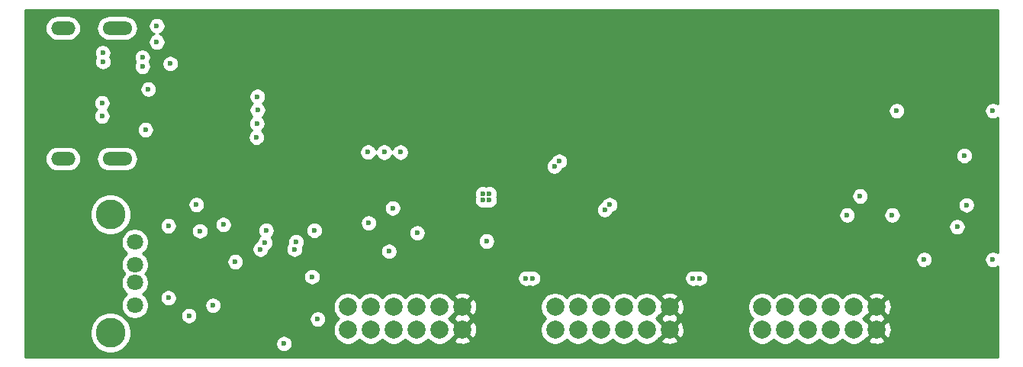
<source format=gbr>
G04 #@! TF.GenerationSoftware,KiCad,Pcbnew,5.1.4+dfsg1-1~bpo10+1*
G04 #@! TF.CreationDate,2020-02-14T17:19:22+01:00*
G04 #@! TF.ProjectId,arty-a7-expansion,61727479-2d61-4372-9d65-7870616e7369,rev?*
G04 #@! TF.SameCoordinates,Original*
G04 #@! TF.FileFunction,Copper,L3,Inr*
G04 #@! TF.FilePolarity,Positive*
%FSLAX46Y46*%
G04 Gerber Fmt 4.6, Leading zero omitted, Abs format (unit mm)*
G04 Created by KiCad (PCBNEW 5.1.4+dfsg1-1~bpo10+1) date 2020-02-14 17:19:22*
%MOMM*%
%LPD*%
G04 APERTURE LIST*
%ADD10C,1.800000*%
%ADD11C,3.300000*%
%ADD12O,2.700000X1.500000*%
%ADD13O,3.300000X1.500000*%
%ADD14C,2.000000*%
%ADD15C,0.600000*%
%ADD16C,0.254000*%
G04 APERTURE END LIST*
D10*
X104011241Y-117978709D03*
X104011241Y-115478709D03*
X104011241Y-113478709D03*
X104011241Y-110978709D03*
D11*
X101301241Y-121048709D03*
X101301241Y-107908709D03*
D12*
X96051241Y-101728709D03*
X96051241Y-87228709D03*
D13*
X102051241Y-87228709D03*
X102051241Y-101728709D03*
D14*
X150651241Y-120718709D03*
X153191241Y-120718709D03*
X155731241Y-120718709D03*
X158271241Y-120718709D03*
X160811241Y-120718709D03*
X163351241Y-120718709D03*
X163351241Y-118178709D03*
X160811241Y-118178709D03*
X158271241Y-118178709D03*
X155731241Y-118178709D03*
X153191241Y-118178709D03*
X150651241Y-118178709D03*
X173651241Y-120718709D03*
X176191241Y-120718709D03*
X178731241Y-120718709D03*
X181271241Y-120718709D03*
X183811241Y-120718709D03*
X186351241Y-120718709D03*
X186351241Y-118178709D03*
X183811241Y-118178709D03*
X181271241Y-118178709D03*
X178731241Y-118178709D03*
X176191241Y-118178709D03*
X173651241Y-118178709D03*
X127651241Y-120718709D03*
X130191241Y-120718709D03*
X132731241Y-120718709D03*
X135271241Y-120718709D03*
X137811241Y-120718709D03*
X140351241Y-120718709D03*
X140351241Y-118178709D03*
X137811241Y-118178709D03*
X135271241Y-118178709D03*
X132731241Y-118178709D03*
X130191241Y-118178709D03*
X127651241Y-118178709D03*
D15*
X117611241Y-94828709D03*
X117631241Y-96328709D03*
X199241741Y-112914709D03*
X199241741Y-96404709D03*
X188573741Y-96404709D03*
X184509741Y-105866209D03*
X191621741Y-112914709D03*
X120565241Y-122249209D03*
X110024241Y-119137709D03*
X107738241Y-117169209D03*
X107738241Y-109168209D03*
X112691241Y-117994709D03*
X132630241Y-107199709D03*
X143047241Y-110870709D03*
X123676741Y-114819709D03*
X111230741Y-109739709D03*
X110849741Y-106818709D03*
X105189241Y-98509209D03*
X100363241Y-96985209D03*
X100363241Y-95524709D03*
X105506741Y-94000709D03*
X100490241Y-90952709D03*
X196310500Y-106859000D03*
X132221241Y-112002709D03*
X117521241Y-99348709D03*
X117574212Y-97810702D03*
X129891241Y-100998709D03*
X131686241Y-101003709D03*
X133486241Y-101003709D03*
X156697666Y-106847834D03*
X156167334Y-107378166D03*
X150579334Y-102552166D03*
X151109666Y-102021834D03*
X165963500Y-114987000D03*
X166713500Y-114987000D03*
X147421500Y-114987000D03*
X148171500Y-114987000D03*
X196071241Y-101378709D03*
X195271241Y-109278709D03*
X196574741Y-113867209D03*
X194352241Y-113867209D03*
X192066241Y-113867209D03*
X181652241Y-110120709D03*
X176508741Y-110120709D03*
X174032241Y-110120709D03*
X179048741Y-110120709D03*
X186668741Y-105802709D03*
X112183241Y-113359209D03*
X111040241Y-119137709D03*
X122216241Y-114819709D03*
X113351241Y-98578709D03*
X113351241Y-95578709D03*
X144511241Y-107958709D03*
X145211241Y-107958709D03*
X144511241Y-108658709D03*
X145211241Y-108658709D03*
X127016241Y-107108709D03*
X127011241Y-108333709D03*
X188071241Y-107978709D03*
X183071241Y-107978709D03*
X142636241Y-105623709D03*
X143336241Y-105623709D03*
X142636241Y-106323709D03*
X143336241Y-106323709D03*
X129963241Y-108850709D03*
X135353251Y-109958709D03*
X118585485Y-109683185D03*
X123930741Y-109676209D03*
X118468230Y-111036978D03*
X121913254Y-110942472D03*
X117961741Y-111771709D03*
X121733067Y-111777259D03*
X113834241Y-109041209D03*
X124311741Y-119518709D03*
X115159809Y-113161526D03*
X104851241Y-91478709D03*
X107951241Y-91178709D03*
X104851241Y-90478709D03*
X106451241Y-88778709D03*
X100451241Y-89978709D03*
X106451241Y-86978709D03*
D16*
G36*
X199816242Y-95664063D02*
G01*
X199684630Y-95576123D01*
X199514470Y-95505641D01*
X199333830Y-95469709D01*
X199149652Y-95469709D01*
X198969012Y-95505641D01*
X198798852Y-95576123D01*
X198645713Y-95678447D01*
X198515479Y-95808681D01*
X198413155Y-95961820D01*
X198342673Y-96131980D01*
X198306741Y-96312620D01*
X198306741Y-96496798D01*
X198342673Y-96677438D01*
X198413155Y-96847598D01*
X198515479Y-97000737D01*
X198645713Y-97130971D01*
X198798852Y-97233295D01*
X198969012Y-97303777D01*
X199149652Y-97339709D01*
X199333830Y-97339709D01*
X199514470Y-97303777D01*
X199684630Y-97233295D01*
X199816242Y-97145355D01*
X199816241Y-112174063D01*
X199684630Y-112086123D01*
X199514470Y-112015641D01*
X199333830Y-111979709D01*
X199149652Y-111979709D01*
X198969012Y-112015641D01*
X198798852Y-112086123D01*
X198645713Y-112188447D01*
X198515479Y-112318681D01*
X198413155Y-112471820D01*
X198342673Y-112641980D01*
X198306741Y-112822620D01*
X198306741Y-113006798D01*
X198342673Y-113187438D01*
X198413155Y-113357598D01*
X198515479Y-113510737D01*
X198645713Y-113640971D01*
X198798852Y-113743295D01*
X198969012Y-113813777D01*
X199149652Y-113849709D01*
X199333830Y-113849709D01*
X199514470Y-113813777D01*
X199684630Y-113743295D01*
X199816241Y-113655355D01*
X199816241Y-123743709D01*
X91886241Y-123743709D01*
X91886241Y-120823656D01*
X99016241Y-120823656D01*
X99016241Y-121273762D01*
X99104052Y-121715219D01*
X99276300Y-122131062D01*
X99526366Y-122505312D01*
X99844638Y-122823584D01*
X100218888Y-123073650D01*
X100634731Y-123245898D01*
X101076188Y-123333709D01*
X101526294Y-123333709D01*
X101967751Y-123245898D01*
X102383594Y-123073650D01*
X102757844Y-122823584D01*
X103076116Y-122505312D01*
X103308770Y-122157120D01*
X119630241Y-122157120D01*
X119630241Y-122341298D01*
X119666173Y-122521938D01*
X119736655Y-122692098D01*
X119838979Y-122845237D01*
X119969213Y-122975471D01*
X120122352Y-123077795D01*
X120292512Y-123148277D01*
X120473152Y-123184209D01*
X120657330Y-123184209D01*
X120837970Y-123148277D01*
X121008130Y-123077795D01*
X121161269Y-122975471D01*
X121291503Y-122845237D01*
X121393827Y-122692098D01*
X121464309Y-122521938D01*
X121500241Y-122341298D01*
X121500241Y-122157120D01*
X121464309Y-121976480D01*
X121393827Y-121806320D01*
X121291503Y-121653181D01*
X121161269Y-121522947D01*
X121008130Y-121420623D01*
X120837970Y-121350141D01*
X120657330Y-121314209D01*
X120473152Y-121314209D01*
X120292512Y-121350141D01*
X120122352Y-121420623D01*
X119969213Y-121522947D01*
X119838979Y-121653181D01*
X119736655Y-121806320D01*
X119666173Y-121976480D01*
X119630241Y-122157120D01*
X103308770Y-122157120D01*
X103326182Y-122131062D01*
X103498430Y-121715219D01*
X103586241Y-121273762D01*
X103586241Y-120823656D01*
X103498430Y-120382199D01*
X103326182Y-119966356D01*
X103076116Y-119592106D01*
X102757844Y-119273834D01*
X102383594Y-119023768D01*
X101967751Y-118851520D01*
X101526294Y-118763709D01*
X101076188Y-118763709D01*
X100634731Y-118851520D01*
X100218888Y-119023768D01*
X99844638Y-119273834D01*
X99526366Y-119592106D01*
X99276300Y-119966356D01*
X99104052Y-120382199D01*
X99016241Y-120823656D01*
X91886241Y-120823656D01*
X91886241Y-110827525D01*
X102476241Y-110827525D01*
X102476241Y-111129893D01*
X102535230Y-111426452D01*
X102650942Y-111705804D01*
X102818929Y-111957214D01*
X103032736Y-112171021D01*
X103119072Y-112228709D01*
X103032736Y-112286397D01*
X102818929Y-112500204D01*
X102650942Y-112751614D01*
X102535230Y-113030966D01*
X102476241Y-113327525D01*
X102476241Y-113629893D01*
X102535230Y-113926452D01*
X102650942Y-114205804D01*
X102818929Y-114457214D01*
X102840424Y-114478709D01*
X102818929Y-114500204D01*
X102650942Y-114751614D01*
X102535230Y-115030966D01*
X102476241Y-115327525D01*
X102476241Y-115629893D01*
X102535230Y-115926452D01*
X102650942Y-116205804D01*
X102818929Y-116457214D01*
X103032736Y-116671021D01*
X103119072Y-116728709D01*
X103032736Y-116786397D01*
X102818929Y-117000204D01*
X102650942Y-117251614D01*
X102535230Y-117530966D01*
X102476241Y-117827525D01*
X102476241Y-118129893D01*
X102535230Y-118426452D01*
X102650942Y-118705804D01*
X102818929Y-118957214D01*
X103032736Y-119171021D01*
X103284146Y-119339008D01*
X103563498Y-119454720D01*
X103860057Y-119513709D01*
X104162425Y-119513709D01*
X104458984Y-119454720D01*
X104738336Y-119339008D01*
X104989746Y-119171021D01*
X105115147Y-119045620D01*
X109089241Y-119045620D01*
X109089241Y-119229798D01*
X109125173Y-119410438D01*
X109195655Y-119580598D01*
X109297979Y-119733737D01*
X109428213Y-119863971D01*
X109581352Y-119966295D01*
X109751512Y-120036777D01*
X109932152Y-120072709D01*
X110116330Y-120072709D01*
X110296970Y-120036777D01*
X110467130Y-119966295D01*
X110620269Y-119863971D01*
X110750503Y-119733737D01*
X110852827Y-119580598D01*
X110916606Y-119426620D01*
X123376741Y-119426620D01*
X123376741Y-119610798D01*
X123412673Y-119791438D01*
X123483155Y-119961598D01*
X123585479Y-120114737D01*
X123715713Y-120244971D01*
X123868852Y-120347295D01*
X124039012Y-120417777D01*
X124219652Y-120453709D01*
X124403830Y-120453709D01*
X124584470Y-120417777D01*
X124754630Y-120347295D01*
X124907769Y-120244971D01*
X125038003Y-120114737D01*
X125140327Y-119961598D01*
X125210809Y-119791438D01*
X125246741Y-119610798D01*
X125246741Y-119426620D01*
X125210809Y-119245980D01*
X125140327Y-119075820D01*
X125038003Y-118922681D01*
X124907769Y-118792447D01*
X124754630Y-118690123D01*
X124584470Y-118619641D01*
X124403830Y-118583709D01*
X124219652Y-118583709D01*
X124039012Y-118619641D01*
X123868852Y-118690123D01*
X123715713Y-118792447D01*
X123585479Y-118922681D01*
X123483155Y-119075820D01*
X123412673Y-119245980D01*
X123376741Y-119426620D01*
X110916606Y-119426620D01*
X110923309Y-119410438D01*
X110959241Y-119229798D01*
X110959241Y-119045620D01*
X110923309Y-118864980D01*
X110852827Y-118694820D01*
X110750503Y-118541681D01*
X110620269Y-118411447D01*
X110467130Y-118309123D01*
X110296970Y-118238641D01*
X110116330Y-118202709D01*
X109932152Y-118202709D01*
X109751512Y-118238641D01*
X109581352Y-118309123D01*
X109428213Y-118411447D01*
X109297979Y-118541681D01*
X109195655Y-118694820D01*
X109125173Y-118864980D01*
X109089241Y-119045620D01*
X105115147Y-119045620D01*
X105203553Y-118957214D01*
X105371540Y-118705804D01*
X105487252Y-118426452D01*
X105546241Y-118129893D01*
X105546241Y-117827525D01*
X105487252Y-117530966D01*
X105371540Y-117251614D01*
X105254947Y-117077120D01*
X106803241Y-117077120D01*
X106803241Y-117261298D01*
X106839173Y-117441938D01*
X106909655Y-117612098D01*
X107011979Y-117765237D01*
X107142213Y-117895471D01*
X107295352Y-117997795D01*
X107465512Y-118068277D01*
X107646152Y-118104209D01*
X107830330Y-118104209D01*
X108010970Y-118068277D01*
X108181130Y-117997795D01*
X108323569Y-117902620D01*
X111756241Y-117902620D01*
X111756241Y-118086798D01*
X111792173Y-118267438D01*
X111862655Y-118437598D01*
X111964979Y-118590737D01*
X112095213Y-118720971D01*
X112248352Y-118823295D01*
X112418512Y-118893777D01*
X112599152Y-118929709D01*
X112783330Y-118929709D01*
X112963970Y-118893777D01*
X113134130Y-118823295D01*
X113287269Y-118720971D01*
X113417503Y-118590737D01*
X113519827Y-118437598D01*
X113590309Y-118267438D01*
X113626241Y-118086798D01*
X113626241Y-118017676D01*
X126016241Y-118017676D01*
X126016241Y-118339742D01*
X126079073Y-118655621D01*
X126202323Y-118953172D01*
X126381254Y-119220961D01*
X126608989Y-119448696D01*
X126609008Y-119448709D01*
X126608989Y-119448722D01*
X126381254Y-119676457D01*
X126202323Y-119944246D01*
X126079073Y-120241797D01*
X126016241Y-120557676D01*
X126016241Y-120879742D01*
X126079073Y-121195621D01*
X126202323Y-121493172D01*
X126381254Y-121760961D01*
X126608989Y-121988696D01*
X126876778Y-122167627D01*
X127174329Y-122290877D01*
X127490208Y-122353709D01*
X127812274Y-122353709D01*
X128128153Y-122290877D01*
X128425704Y-122167627D01*
X128693493Y-121988696D01*
X128921228Y-121760961D01*
X128921241Y-121760942D01*
X128921254Y-121760961D01*
X129148989Y-121988696D01*
X129416778Y-122167627D01*
X129714329Y-122290877D01*
X130030208Y-122353709D01*
X130352274Y-122353709D01*
X130668153Y-122290877D01*
X130965704Y-122167627D01*
X131233493Y-121988696D01*
X131461228Y-121760961D01*
X131461241Y-121760942D01*
X131461254Y-121760961D01*
X131688989Y-121988696D01*
X131956778Y-122167627D01*
X132254329Y-122290877D01*
X132570208Y-122353709D01*
X132892274Y-122353709D01*
X133208153Y-122290877D01*
X133505704Y-122167627D01*
X133773493Y-121988696D01*
X134001228Y-121760961D01*
X134001241Y-121760942D01*
X134001254Y-121760961D01*
X134228989Y-121988696D01*
X134496778Y-122167627D01*
X134794329Y-122290877D01*
X135110208Y-122353709D01*
X135432274Y-122353709D01*
X135748153Y-122290877D01*
X136045704Y-122167627D01*
X136313493Y-121988696D01*
X136541228Y-121760961D01*
X136541241Y-121760942D01*
X136541254Y-121760961D01*
X136768989Y-121988696D01*
X137036778Y-122167627D01*
X137334329Y-122290877D01*
X137650208Y-122353709D01*
X137972274Y-122353709D01*
X138288153Y-122290877D01*
X138585704Y-122167627D01*
X138853493Y-121988696D01*
X138988067Y-121854122D01*
X139395433Y-121854122D01*
X139491197Y-122118523D01*
X139780812Y-122259413D01*
X140092349Y-122341093D01*
X140413836Y-122360427D01*
X140732916Y-122316670D01*
X141037329Y-122211504D01*
X141211285Y-122118523D01*
X141307049Y-121854122D01*
X140351241Y-120898314D01*
X139395433Y-121854122D01*
X138988067Y-121854122D01*
X139081228Y-121760961D01*
X139153961Y-121652109D01*
X139215828Y-121674517D01*
X140171636Y-120718709D01*
X140530846Y-120718709D01*
X141486654Y-121674517D01*
X141751055Y-121578753D01*
X141891945Y-121289138D01*
X141973625Y-120977601D01*
X141992959Y-120656114D01*
X141949202Y-120337034D01*
X141844036Y-120032621D01*
X141751055Y-119858665D01*
X141486654Y-119762901D01*
X140530846Y-120718709D01*
X140171636Y-120718709D01*
X139215828Y-119762901D01*
X139153961Y-119785309D01*
X139081228Y-119676457D01*
X138853493Y-119448722D01*
X138853474Y-119448709D01*
X138853493Y-119448696D01*
X138988067Y-119314122D01*
X139395433Y-119314122D01*
X139444179Y-119448709D01*
X139395433Y-119583296D01*
X140351241Y-120539104D01*
X141307049Y-119583296D01*
X141258303Y-119448709D01*
X141307049Y-119314122D01*
X140351241Y-118358314D01*
X139395433Y-119314122D01*
X138988067Y-119314122D01*
X139081228Y-119220961D01*
X139153961Y-119112109D01*
X139215828Y-119134517D01*
X140171636Y-118178709D01*
X140530846Y-118178709D01*
X141486654Y-119134517D01*
X141751055Y-119038753D01*
X141891945Y-118749138D01*
X141973625Y-118437601D01*
X141992959Y-118116114D01*
X141979460Y-118017676D01*
X149016241Y-118017676D01*
X149016241Y-118339742D01*
X149079073Y-118655621D01*
X149202323Y-118953172D01*
X149381254Y-119220961D01*
X149608989Y-119448696D01*
X149609008Y-119448709D01*
X149608989Y-119448722D01*
X149381254Y-119676457D01*
X149202323Y-119944246D01*
X149079073Y-120241797D01*
X149016241Y-120557676D01*
X149016241Y-120879742D01*
X149079073Y-121195621D01*
X149202323Y-121493172D01*
X149381254Y-121760961D01*
X149608989Y-121988696D01*
X149876778Y-122167627D01*
X150174329Y-122290877D01*
X150490208Y-122353709D01*
X150812274Y-122353709D01*
X151128153Y-122290877D01*
X151425704Y-122167627D01*
X151693493Y-121988696D01*
X151921228Y-121760961D01*
X151921241Y-121760942D01*
X151921254Y-121760961D01*
X152148989Y-121988696D01*
X152416778Y-122167627D01*
X152714329Y-122290877D01*
X153030208Y-122353709D01*
X153352274Y-122353709D01*
X153668153Y-122290877D01*
X153965704Y-122167627D01*
X154233493Y-121988696D01*
X154461228Y-121760961D01*
X154461241Y-121760942D01*
X154461254Y-121760961D01*
X154688989Y-121988696D01*
X154956778Y-122167627D01*
X155254329Y-122290877D01*
X155570208Y-122353709D01*
X155892274Y-122353709D01*
X156208153Y-122290877D01*
X156505704Y-122167627D01*
X156773493Y-121988696D01*
X157001228Y-121760961D01*
X157001241Y-121760942D01*
X157001254Y-121760961D01*
X157228989Y-121988696D01*
X157496778Y-122167627D01*
X157794329Y-122290877D01*
X158110208Y-122353709D01*
X158432274Y-122353709D01*
X158748153Y-122290877D01*
X159045704Y-122167627D01*
X159313493Y-121988696D01*
X159541228Y-121760961D01*
X159541241Y-121760942D01*
X159541254Y-121760961D01*
X159768989Y-121988696D01*
X160036778Y-122167627D01*
X160334329Y-122290877D01*
X160650208Y-122353709D01*
X160972274Y-122353709D01*
X161288153Y-122290877D01*
X161585704Y-122167627D01*
X161853493Y-121988696D01*
X161988067Y-121854122D01*
X162395433Y-121854122D01*
X162491197Y-122118523D01*
X162780812Y-122259413D01*
X163092349Y-122341093D01*
X163413836Y-122360427D01*
X163732916Y-122316670D01*
X164037329Y-122211504D01*
X164211285Y-122118523D01*
X164307049Y-121854122D01*
X163351241Y-120898314D01*
X162395433Y-121854122D01*
X161988067Y-121854122D01*
X162081228Y-121760961D01*
X162153961Y-121652109D01*
X162215828Y-121674517D01*
X163171636Y-120718709D01*
X163530846Y-120718709D01*
X164486654Y-121674517D01*
X164751055Y-121578753D01*
X164891945Y-121289138D01*
X164973625Y-120977601D01*
X164992959Y-120656114D01*
X164949202Y-120337034D01*
X164844036Y-120032621D01*
X164751055Y-119858665D01*
X164486654Y-119762901D01*
X163530846Y-120718709D01*
X163171636Y-120718709D01*
X162215828Y-119762901D01*
X162153961Y-119785309D01*
X162081228Y-119676457D01*
X161853493Y-119448722D01*
X161853474Y-119448709D01*
X161853493Y-119448696D01*
X161988067Y-119314122D01*
X162395433Y-119314122D01*
X162444179Y-119448709D01*
X162395433Y-119583296D01*
X163351241Y-120539104D01*
X164307049Y-119583296D01*
X164258303Y-119448709D01*
X164307049Y-119314122D01*
X163351241Y-118358314D01*
X162395433Y-119314122D01*
X161988067Y-119314122D01*
X162081228Y-119220961D01*
X162153961Y-119112109D01*
X162215828Y-119134517D01*
X163171636Y-118178709D01*
X163530846Y-118178709D01*
X164486654Y-119134517D01*
X164751055Y-119038753D01*
X164891945Y-118749138D01*
X164973625Y-118437601D01*
X164992959Y-118116114D01*
X164979460Y-118017676D01*
X172016241Y-118017676D01*
X172016241Y-118339742D01*
X172079073Y-118655621D01*
X172202323Y-118953172D01*
X172381254Y-119220961D01*
X172608989Y-119448696D01*
X172609008Y-119448709D01*
X172608989Y-119448722D01*
X172381254Y-119676457D01*
X172202323Y-119944246D01*
X172079073Y-120241797D01*
X172016241Y-120557676D01*
X172016241Y-120879742D01*
X172079073Y-121195621D01*
X172202323Y-121493172D01*
X172381254Y-121760961D01*
X172608989Y-121988696D01*
X172876778Y-122167627D01*
X173174329Y-122290877D01*
X173490208Y-122353709D01*
X173812274Y-122353709D01*
X174128153Y-122290877D01*
X174425704Y-122167627D01*
X174693493Y-121988696D01*
X174921228Y-121760961D01*
X174921241Y-121760942D01*
X174921254Y-121760961D01*
X175148989Y-121988696D01*
X175416778Y-122167627D01*
X175714329Y-122290877D01*
X176030208Y-122353709D01*
X176352274Y-122353709D01*
X176668153Y-122290877D01*
X176965704Y-122167627D01*
X177233493Y-121988696D01*
X177461228Y-121760961D01*
X177461241Y-121760942D01*
X177461254Y-121760961D01*
X177688989Y-121988696D01*
X177956778Y-122167627D01*
X178254329Y-122290877D01*
X178570208Y-122353709D01*
X178892274Y-122353709D01*
X179208153Y-122290877D01*
X179505704Y-122167627D01*
X179773493Y-121988696D01*
X180001228Y-121760961D01*
X180001241Y-121760942D01*
X180001254Y-121760961D01*
X180228989Y-121988696D01*
X180496778Y-122167627D01*
X180794329Y-122290877D01*
X181110208Y-122353709D01*
X181432274Y-122353709D01*
X181748153Y-122290877D01*
X182045704Y-122167627D01*
X182313493Y-121988696D01*
X182541228Y-121760961D01*
X182541241Y-121760942D01*
X182541254Y-121760961D01*
X182768989Y-121988696D01*
X183036778Y-122167627D01*
X183334329Y-122290877D01*
X183650208Y-122353709D01*
X183972274Y-122353709D01*
X184288153Y-122290877D01*
X184585704Y-122167627D01*
X184853493Y-121988696D01*
X184988067Y-121854122D01*
X185395433Y-121854122D01*
X185491197Y-122118523D01*
X185780812Y-122259413D01*
X186092349Y-122341093D01*
X186413836Y-122360427D01*
X186732916Y-122316670D01*
X187037329Y-122211504D01*
X187211285Y-122118523D01*
X187307049Y-121854122D01*
X186351241Y-120898314D01*
X185395433Y-121854122D01*
X184988067Y-121854122D01*
X185081228Y-121760961D01*
X185153961Y-121652109D01*
X185215828Y-121674517D01*
X186171636Y-120718709D01*
X186530846Y-120718709D01*
X187486654Y-121674517D01*
X187751055Y-121578753D01*
X187891945Y-121289138D01*
X187973625Y-120977601D01*
X187992959Y-120656114D01*
X187949202Y-120337034D01*
X187844036Y-120032621D01*
X187751055Y-119858665D01*
X187486654Y-119762901D01*
X186530846Y-120718709D01*
X186171636Y-120718709D01*
X185215828Y-119762901D01*
X185153961Y-119785309D01*
X185081228Y-119676457D01*
X184853493Y-119448722D01*
X184853474Y-119448709D01*
X184853493Y-119448696D01*
X184988067Y-119314122D01*
X185395433Y-119314122D01*
X185444179Y-119448709D01*
X185395433Y-119583296D01*
X186351241Y-120539104D01*
X187307049Y-119583296D01*
X187258303Y-119448709D01*
X187307049Y-119314122D01*
X186351241Y-118358314D01*
X185395433Y-119314122D01*
X184988067Y-119314122D01*
X185081228Y-119220961D01*
X185153961Y-119112109D01*
X185215828Y-119134517D01*
X186171636Y-118178709D01*
X186530846Y-118178709D01*
X187486654Y-119134517D01*
X187751055Y-119038753D01*
X187891945Y-118749138D01*
X187973625Y-118437601D01*
X187992959Y-118116114D01*
X187949202Y-117797034D01*
X187844036Y-117492621D01*
X187751055Y-117318665D01*
X187486654Y-117222901D01*
X186530846Y-118178709D01*
X186171636Y-118178709D01*
X185215828Y-117222901D01*
X185153961Y-117245309D01*
X185081228Y-117136457D01*
X184988067Y-117043296D01*
X185395433Y-117043296D01*
X186351241Y-117999104D01*
X187307049Y-117043296D01*
X187211285Y-116778895D01*
X186921670Y-116638005D01*
X186610133Y-116556325D01*
X186288646Y-116536991D01*
X185969566Y-116580748D01*
X185665153Y-116685914D01*
X185491197Y-116778895D01*
X185395433Y-117043296D01*
X184988067Y-117043296D01*
X184853493Y-116908722D01*
X184585704Y-116729791D01*
X184288153Y-116606541D01*
X183972274Y-116543709D01*
X183650208Y-116543709D01*
X183334329Y-116606541D01*
X183036778Y-116729791D01*
X182768989Y-116908722D01*
X182541254Y-117136457D01*
X182541241Y-117136476D01*
X182541228Y-117136457D01*
X182313493Y-116908722D01*
X182045704Y-116729791D01*
X181748153Y-116606541D01*
X181432274Y-116543709D01*
X181110208Y-116543709D01*
X180794329Y-116606541D01*
X180496778Y-116729791D01*
X180228989Y-116908722D01*
X180001254Y-117136457D01*
X180001241Y-117136476D01*
X180001228Y-117136457D01*
X179773493Y-116908722D01*
X179505704Y-116729791D01*
X179208153Y-116606541D01*
X178892274Y-116543709D01*
X178570208Y-116543709D01*
X178254329Y-116606541D01*
X177956778Y-116729791D01*
X177688989Y-116908722D01*
X177461254Y-117136457D01*
X177461241Y-117136476D01*
X177461228Y-117136457D01*
X177233493Y-116908722D01*
X176965704Y-116729791D01*
X176668153Y-116606541D01*
X176352274Y-116543709D01*
X176030208Y-116543709D01*
X175714329Y-116606541D01*
X175416778Y-116729791D01*
X175148989Y-116908722D01*
X174921254Y-117136457D01*
X174921241Y-117136476D01*
X174921228Y-117136457D01*
X174693493Y-116908722D01*
X174425704Y-116729791D01*
X174128153Y-116606541D01*
X173812274Y-116543709D01*
X173490208Y-116543709D01*
X173174329Y-116606541D01*
X172876778Y-116729791D01*
X172608989Y-116908722D01*
X172381254Y-117136457D01*
X172202323Y-117404246D01*
X172079073Y-117701797D01*
X172016241Y-118017676D01*
X164979460Y-118017676D01*
X164949202Y-117797034D01*
X164844036Y-117492621D01*
X164751055Y-117318665D01*
X164486654Y-117222901D01*
X163530846Y-118178709D01*
X163171636Y-118178709D01*
X162215828Y-117222901D01*
X162153961Y-117245309D01*
X162081228Y-117136457D01*
X161988067Y-117043296D01*
X162395433Y-117043296D01*
X163351241Y-117999104D01*
X164307049Y-117043296D01*
X164211285Y-116778895D01*
X163921670Y-116638005D01*
X163610133Y-116556325D01*
X163288646Y-116536991D01*
X162969566Y-116580748D01*
X162665153Y-116685914D01*
X162491197Y-116778895D01*
X162395433Y-117043296D01*
X161988067Y-117043296D01*
X161853493Y-116908722D01*
X161585704Y-116729791D01*
X161288153Y-116606541D01*
X160972274Y-116543709D01*
X160650208Y-116543709D01*
X160334329Y-116606541D01*
X160036778Y-116729791D01*
X159768989Y-116908722D01*
X159541254Y-117136457D01*
X159541241Y-117136476D01*
X159541228Y-117136457D01*
X159313493Y-116908722D01*
X159045704Y-116729791D01*
X158748153Y-116606541D01*
X158432274Y-116543709D01*
X158110208Y-116543709D01*
X157794329Y-116606541D01*
X157496778Y-116729791D01*
X157228989Y-116908722D01*
X157001254Y-117136457D01*
X157001241Y-117136476D01*
X157001228Y-117136457D01*
X156773493Y-116908722D01*
X156505704Y-116729791D01*
X156208153Y-116606541D01*
X155892274Y-116543709D01*
X155570208Y-116543709D01*
X155254329Y-116606541D01*
X154956778Y-116729791D01*
X154688989Y-116908722D01*
X154461254Y-117136457D01*
X154461241Y-117136476D01*
X154461228Y-117136457D01*
X154233493Y-116908722D01*
X153965704Y-116729791D01*
X153668153Y-116606541D01*
X153352274Y-116543709D01*
X153030208Y-116543709D01*
X152714329Y-116606541D01*
X152416778Y-116729791D01*
X152148989Y-116908722D01*
X151921254Y-117136457D01*
X151921241Y-117136476D01*
X151921228Y-117136457D01*
X151693493Y-116908722D01*
X151425704Y-116729791D01*
X151128153Y-116606541D01*
X150812274Y-116543709D01*
X150490208Y-116543709D01*
X150174329Y-116606541D01*
X149876778Y-116729791D01*
X149608989Y-116908722D01*
X149381254Y-117136457D01*
X149202323Y-117404246D01*
X149079073Y-117701797D01*
X149016241Y-118017676D01*
X141979460Y-118017676D01*
X141949202Y-117797034D01*
X141844036Y-117492621D01*
X141751055Y-117318665D01*
X141486654Y-117222901D01*
X140530846Y-118178709D01*
X140171636Y-118178709D01*
X139215828Y-117222901D01*
X139153961Y-117245309D01*
X139081228Y-117136457D01*
X138988067Y-117043296D01*
X139395433Y-117043296D01*
X140351241Y-117999104D01*
X141307049Y-117043296D01*
X141211285Y-116778895D01*
X140921670Y-116638005D01*
X140610133Y-116556325D01*
X140288646Y-116536991D01*
X139969566Y-116580748D01*
X139665153Y-116685914D01*
X139491197Y-116778895D01*
X139395433Y-117043296D01*
X138988067Y-117043296D01*
X138853493Y-116908722D01*
X138585704Y-116729791D01*
X138288153Y-116606541D01*
X137972274Y-116543709D01*
X137650208Y-116543709D01*
X137334329Y-116606541D01*
X137036778Y-116729791D01*
X136768989Y-116908722D01*
X136541254Y-117136457D01*
X136541241Y-117136476D01*
X136541228Y-117136457D01*
X136313493Y-116908722D01*
X136045704Y-116729791D01*
X135748153Y-116606541D01*
X135432274Y-116543709D01*
X135110208Y-116543709D01*
X134794329Y-116606541D01*
X134496778Y-116729791D01*
X134228989Y-116908722D01*
X134001254Y-117136457D01*
X134001241Y-117136476D01*
X134001228Y-117136457D01*
X133773493Y-116908722D01*
X133505704Y-116729791D01*
X133208153Y-116606541D01*
X132892274Y-116543709D01*
X132570208Y-116543709D01*
X132254329Y-116606541D01*
X131956778Y-116729791D01*
X131688989Y-116908722D01*
X131461254Y-117136457D01*
X131461241Y-117136476D01*
X131461228Y-117136457D01*
X131233493Y-116908722D01*
X130965704Y-116729791D01*
X130668153Y-116606541D01*
X130352274Y-116543709D01*
X130030208Y-116543709D01*
X129714329Y-116606541D01*
X129416778Y-116729791D01*
X129148989Y-116908722D01*
X128921254Y-117136457D01*
X128921241Y-117136476D01*
X128921228Y-117136457D01*
X128693493Y-116908722D01*
X128425704Y-116729791D01*
X128128153Y-116606541D01*
X127812274Y-116543709D01*
X127490208Y-116543709D01*
X127174329Y-116606541D01*
X126876778Y-116729791D01*
X126608989Y-116908722D01*
X126381254Y-117136457D01*
X126202323Y-117404246D01*
X126079073Y-117701797D01*
X126016241Y-118017676D01*
X113626241Y-118017676D01*
X113626241Y-117902620D01*
X113590309Y-117721980D01*
X113519827Y-117551820D01*
X113417503Y-117398681D01*
X113287269Y-117268447D01*
X113134130Y-117166123D01*
X112963970Y-117095641D01*
X112783330Y-117059709D01*
X112599152Y-117059709D01*
X112418512Y-117095641D01*
X112248352Y-117166123D01*
X112095213Y-117268447D01*
X111964979Y-117398681D01*
X111862655Y-117551820D01*
X111792173Y-117721980D01*
X111756241Y-117902620D01*
X108323569Y-117902620D01*
X108334269Y-117895471D01*
X108464503Y-117765237D01*
X108566827Y-117612098D01*
X108637309Y-117441938D01*
X108673241Y-117261298D01*
X108673241Y-117077120D01*
X108637309Y-116896480D01*
X108566827Y-116726320D01*
X108464503Y-116573181D01*
X108334269Y-116442947D01*
X108181130Y-116340623D01*
X108010970Y-116270141D01*
X107830330Y-116234209D01*
X107646152Y-116234209D01*
X107465512Y-116270141D01*
X107295352Y-116340623D01*
X107142213Y-116442947D01*
X107011979Y-116573181D01*
X106909655Y-116726320D01*
X106839173Y-116896480D01*
X106803241Y-117077120D01*
X105254947Y-117077120D01*
X105203553Y-117000204D01*
X104989746Y-116786397D01*
X104903410Y-116728709D01*
X104989746Y-116671021D01*
X105203553Y-116457214D01*
X105371540Y-116205804D01*
X105487252Y-115926452D01*
X105546241Y-115629893D01*
X105546241Y-115327525D01*
X105487252Y-115030966D01*
X105371540Y-114751614D01*
X105355508Y-114727620D01*
X122741741Y-114727620D01*
X122741741Y-114911798D01*
X122777673Y-115092438D01*
X122848155Y-115262598D01*
X122950479Y-115415737D01*
X123080713Y-115545971D01*
X123233852Y-115648295D01*
X123404012Y-115718777D01*
X123584652Y-115754709D01*
X123768830Y-115754709D01*
X123949470Y-115718777D01*
X124119630Y-115648295D01*
X124272769Y-115545971D01*
X124403003Y-115415737D01*
X124505327Y-115262598D01*
X124575809Y-115092438D01*
X124611741Y-114911798D01*
X124611741Y-114894911D01*
X146486500Y-114894911D01*
X146486500Y-115079089D01*
X146522432Y-115259729D01*
X146592914Y-115429889D01*
X146695238Y-115583028D01*
X146825472Y-115713262D01*
X146978611Y-115815586D01*
X147148771Y-115886068D01*
X147329411Y-115922000D01*
X147513589Y-115922000D01*
X147694229Y-115886068D01*
X147796500Y-115843706D01*
X147898771Y-115886068D01*
X148079411Y-115922000D01*
X148263589Y-115922000D01*
X148444229Y-115886068D01*
X148614389Y-115815586D01*
X148767528Y-115713262D01*
X148897762Y-115583028D01*
X149000086Y-115429889D01*
X149070568Y-115259729D01*
X149106500Y-115079089D01*
X149106500Y-114894911D01*
X165028500Y-114894911D01*
X165028500Y-115079089D01*
X165064432Y-115259729D01*
X165134914Y-115429889D01*
X165237238Y-115583028D01*
X165367472Y-115713262D01*
X165520611Y-115815586D01*
X165690771Y-115886068D01*
X165871411Y-115922000D01*
X166055589Y-115922000D01*
X166236229Y-115886068D01*
X166338500Y-115843706D01*
X166440771Y-115886068D01*
X166621411Y-115922000D01*
X166805589Y-115922000D01*
X166986229Y-115886068D01*
X167156389Y-115815586D01*
X167309528Y-115713262D01*
X167439762Y-115583028D01*
X167542086Y-115429889D01*
X167612568Y-115259729D01*
X167648500Y-115079089D01*
X167648500Y-114894911D01*
X167612568Y-114714271D01*
X167542086Y-114544111D01*
X167439762Y-114390972D01*
X167309528Y-114260738D01*
X167156389Y-114158414D01*
X166986229Y-114087932D01*
X166805589Y-114052000D01*
X166621411Y-114052000D01*
X166440771Y-114087932D01*
X166338500Y-114130294D01*
X166236229Y-114087932D01*
X166055589Y-114052000D01*
X165871411Y-114052000D01*
X165690771Y-114087932D01*
X165520611Y-114158414D01*
X165367472Y-114260738D01*
X165237238Y-114390972D01*
X165134914Y-114544111D01*
X165064432Y-114714271D01*
X165028500Y-114894911D01*
X149106500Y-114894911D01*
X149070568Y-114714271D01*
X149000086Y-114544111D01*
X148897762Y-114390972D01*
X148767528Y-114260738D01*
X148614389Y-114158414D01*
X148444229Y-114087932D01*
X148263589Y-114052000D01*
X148079411Y-114052000D01*
X147898771Y-114087932D01*
X147796500Y-114130294D01*
X147694229Y-114087932D01*
X147513589Y-114052000D01*
X147329411Y-114052000D01*
X147148771Y-114087932D01*
X146978611Y-114158414D01*
X146825472Y-114260738D01*
X146695238Y-114390972D01*
X146592914Y-114544111D01*
X146522432Y-114714271D01*
X146486500Y-114894911D01*
X124611741Y-114894911D01*
X124611741Y-114727620D01*
X124575809Y-114546980D01*
X124505327Y-114376820D01*
X124403003Y-114223681D01*
X124272769Y-114093447D01*
X124119630Y-113991123D01*
X123949470Y-113920641D01*
X123768830Y-113884709D01*
X123584652Y-113884709D01*
X123404012Y-113920641D01*
X123233852Y-113991123D01*
X123080713Y-114093447D01*
X122950479Y-114223681D01*
X122848155Y-114376820D01*
X122777673Y-114546980D01*
X122741741Y-114727620D01*
X105355508Y-114727620D01*
X105203553Y-114500204D01*
X105182058Y-114478709D01*
X105203553Y-114457214D01*
X105371540Y-114205804D01*
X105487252Y-113926452D01*
X105546241Y-113629893D01*
X105546241Y-113327525D01*
X105494905Y-113069437D01*
X114224809Y-113069437D01*
X114224809Y-113253615D01*
X114260741Y-113434255D01*
X114331223Y-113604415D01*
X114433547Y-113757554D01*
X114563781Y-113887788D01*
X114716920Y-113990112D01*
X114887080Y-114060594D01*
X115067720Y-114096526D01*
X115251898Y-114096526D01*
X115432538Y-114060594D01*
X115602698Y-113990112D01*
X115755837Y-113887788D01*
X115886071Y-113757554D01*
X115988395Y-113604415D01*
X116058877Y-113434255D01*
X116094809Y-113253615D01*
X116094809Y-113069437D01*
X116058877Y-112888797D01*
X115988395Y-112718637D01*
X115886071Y-112565498D01*
X115755837Y-112435264D01*
X115602698Y-112332940D01*
X115432538Y-112262458D01*
X115251898Y-112226526D01*
X115067720Y-112226526D01*
X114887080Y-112262458D01*
X114716920Y-112332940D01*
X114563781Y-112435264D01*
X114433547Y-112565498D01*
X114331223Y-112718637D01*
X114260741Y-112888797D01*
X114224809Y-113069437D01*
X105494905Y-113069437D01*
X105487252Y-113030966D01*
X105371540Y-112751614D01*
X105203553Y-112500204D01*
X104989746Y-112286397D01*
X104903410Y-112228709D01*
X104989746Y-112171021D01*
X105203553Y-111957214D01*
X105371540Y-111705804D01*
X105382385Y-111679620D01*
X117026741Y-111679620D01*
X117026741Y-111863798D01*
X117062673Y-112044438D01*
X117133155Y-112214598D01*
X117235479Y-112367737D01*
X117365713Y-112497971D01*
X117518852Y-112600295D01*
X117689012Y-112670777D01*
X117869652Y-112706709D01*
X118053830Y-112706709D01*
X118234470Y-112670777D01*
X118404630Y-112600295D01*
X118557769Y-112497971D01*
X118688003Y-112367737D01*
X118790327Y-112214598D01*
X118860809Y-112044438D01*
X118895067Y-111872213D01*
X118911119Y-111865564D01*
X119064258Y-111763240D01*
X119142328Y-111685170D01*
X120798067Y-111685170D01*
X120798067Y-111869348D01*
X120833999Y-112049988D01*
X120904481Y-112220148D01*
X121006805Y-112373287D01*
X121137039Y-112503521D01*
X121290178Y-112605845D01*
X121460338Y-112676327D01*
X121640978Y-112712259D01*
X121825156Y-112712259D01*
X122005796Y-112676327D01*
X122175956Y-112605845D01*
X122329095Y-112503521D01*
X122459329Y-112373287D01*
X122561653Y-112220148D01*
X122632135Y-112049988D01*
X122659857Y-111910620D01*
X131286241Y-111910620D01*
X131286241Y-112094798D01*
X131322173Y-112275438D01*
X131392655Y-112445598D01*
X131494979Y-112598737D01*
X131625213Y-112728971D01*
X131778352Y-112831295D01*
X131948512Y-112901777D01*
X132129152Y-112937709D01*
X132313330Y-112937709D01*
X132493970Y-112901777D01*
X132664130Y-112831295D01*
X132677113Y-112822620D01*
X190686741Y-112822620D01*
X190686741Y-113006798D01*
X190722673Y-113187438D01*
X190793155Y-113357598D01*
X190895479Y-113510737D01*
X191025713Y-113640971D01*
X191178852Y-113743295D01*
X191349012Y-113813777D01*
X191529652Y-113849709D01*
X191713830Y-113849709D01*
X191894470Y-113813777D01*
X192064630Y-113743295D01*
X192217769Y-113640971D01*
X192348003Y-113510737D01*
X192450327Y-113357598D01*
X192520809Y-113187438D01*
X192556741Y-113006798D01*
X192556741Y-112822620D01*
X192520809Y-112641980D01*
X192450327Y-112471820D01*
X192348003Y-112318681D01*
X192217769Y-112188447D01*
X192064630Y-112086123D01*
X191894470Y-112015641D01*
X191713830Y-111979709D01*
X191529652Y-111979709D01*
X191349012Y-112015641D01*
X191178852Y-112086123D01*
X191025713Y-112188447D01*
X190895479Y-112318681D01*
X190793155Y-112471820D01*
X190722673Y-112641980D01*
X190686741Y-112822620D01*
X132677113Y-112822620D01*
X132817269Y-112728971D01*
X132947503Y-112598737D01*
X133049827Y-112445598D01*
X133120309Y-112275438D01*
X133156241Y-112094798D01*
X133156241Y-111910620D01*
X133120309Y-111729980D01*
X133049827Y-111559820D01*
X132947503Y-111406681D01*
X132817269Y-111276447D01*
X132664130Y-111174123D01*
X132493970Y-111103641D01*
X132313330Y-111067709D01*
X132129152Y-111067709D01*
X131948512Y-111103641D01*
X131778352Y-111174123D01*
X131625213Y-111276447D01*
X131494979Y-111406681D01*
X131392655Y-111559820D01*
X131322173Y-111729980D01*
X131286241Y-111910620D01*
X122659857Y-111910620D01*
X122668067Y-111869348D01*
X122668067Y-111685170D01*
X122638996Y-111539020D01*
X122639516Y-111538500D01*
X122741840Y-111385361D01*
X122812322Y-111215201D01*
X122848254Y-111034561D01*
X122848254Y-110850383D01*
X122812322Y-110669743D01*
X122741840Y-110499583D01*
X122639516Y-110346444D01*
X122509282Y-110216210D01*
X122356143Y-110113886D01*
X122185983Y-110043404D01*
X122005343Y-110007472D01*
X121821165Y-110007472D01*
X121640525Y-110043404D01*
X121470365Y-110113886D01*
X121317226Y-110216210D01*
X121186992Y-110346444D01*
X121084668Y-110499583D01*
X121014186Y-110669743D01*
X120978254Y-110850383D01*
X120978254Y-111034561D01*
X121007325Y-111180711D01*
X121006805Y-111181231D01*
X120904481Y-111334370D01*
X120833999Y-111504530D01*
X120798067Y-111685170D01*
X119142328Y-111685170D01*
X119194492Y-111633006D01*
X119296816Y-111479867D01*
X119367298Y-111309707D01*
X119403230Y-111129067D01*
X119403230Y-110944889D01*
X119367298Y-110764249D01*
X119296816Y-110594089D01*
X119194492Y-110440950D01*
X119170409Y-110416867D01*
X119181513Y-110409447D01*
X119311747Y-110279213D01*
X119414071Y-110126074D01*
X119484553Y-109955914D01*
X119520485Y-109775274D01*
X119520485Y-109591096D01*
X119519098Y-109584120D01*
X122995741Y-109584120D01*
X122995741Y-109768298D01*
X123031673Y-109948938D01*
X123102155Y-110119098D01*
X123204479Y-110272237D01*
X123334713Y-110402471D01*
X123487852Y-110504795D01*
X123658012Y-110575277D01*
X123838652Y-110611209D01*
X124022830Y-110611209D01*
X124203470Y-110575277D01*
X124373630Y-110504795D01*
X124526769Y-110402471D01*
X124657003Y-110272237D01*
X124759327Y-110119098D01*
X124829809Y-109948938D01*
X124846183Y-109866620D01*
X134418251Y-109866620D01*
X134418251Y-110050798D01*
X134454183Y-110231438D01*
X134524665Y-110401598D01*
X134626989Y-110554737D01*
X134757223Y-110684971D01*
X134910362Y-110787295D01*
X135080522Y-110857777D01*
X135261162Y-110893709D01*
X135445340Y-110893709D01*
X135625980Y-110857777D01*
X135796140Y-110787295D01*
X135809123Y-110778620D01*
X142112241Y-110778620D01*
X142112241Y-110962798D01*
X142148173Y-111143438D01*
X142218655Y-111313598D01*
X142320979Y-111466737D01*
X142451213Y-111596971D01*
X142604352Y-111699295D01*
X142774512Y-111769777D01*
X142955152Y-111805709D01*
X143139330Y-111805709D01*
X143319970Y-111769777D01*
X143490130Y-111699295D01*
X143643269Y-111596971D01*
X143773503Y-111466737D01*
X143875827Y-111313598D01*
X143946309Y-111143438D01*
X143982241Y-110962798D01*
X143982241Y-110778620D01*
X143946309Y-110597980D01*
X143875827Y-110427820D01*
X143773503Y-110274681D01*
X143643269Y-110144447D01*
X143490130Y-110042123D01*
X143319970Y-109971641D01*
X143139330Y-109935709D01*
X142955152Y-109935709D01*
X142774512Y-109971641D01*
X142604352Y-110042123D01*
X142451213Y-110144447D01*
X142320979Y-110274681D01*
X142218655Y-110427820D01*
X142148173Y-110597980D01*
X142112241Y-110778620D01*
X135809123Y-110778620D01*
X135949279Y-110684971D01*
X136079513Y-110554737D01*
X136181837Y-110401598D01*
X136252319Y-110231438D01*
X136288251Y-110050798D01*
X136288251Y-109866620D01*
X136252319Y-109685980D01*
X136181837Y-109515820D01*
X136079513Y-109362681D01*
X135949279Y-109232447D01*
X135880694Y-109186620D01*
X194336241Y-109186620D01*
X194336241Y-109370798D01*
X194372173Y-109551438D01*
X194442655Y-109721598D01*
X194544979Y-109874737D01*
X194675213Y-110004971D01*
X194828352Y-110107295D01*
X194998512Y-110177777D01*
X195179152Y-110213709D01*
X195363330Y-110213709D01*
X195543970Y-110177777D01*
X195714130Y-110107295D01*
X195867269Y-110004971D01*
X195997503Y-109874737D01*
X196099827Y-109721598D01*
X196170309Y-109551438D01*
X196206241Y-109370798D01*
X196206241Y-109186620D01*
X196170309Y-109005980D01*
X196099827Y-108835820D01*
X195997503Y-108682681D01*
X195867269Y-108552447D01*
X195714130Y-108450123D01*
X195543970Y-108379641D01*
X195363330Y-108343709D01*
X195179152Y-108343709D01*
X194998512Y-108379641D01*
X194828352Y-108450123D01*
X194675213Y-108552447D01*
X194544979Y-108682681D01*
X194442655Y-108835820D01*
X194372173Y-109005980D01*
X194336241Y-109186620D01*
X135880694Y-109186620D01*
X135796140Y-109130123D01*
X135625980Y-109059641D01*
X135445340Y-109023709D01*
X135261162Y-109023709D01*
X135080522Y-109059641D01*
X134910362Y-109130123D01*
X134757223Y-109232447D01*
X134626989Y-109362681D01*
X134524665Y-109515820D01*
X134454183Y-109685980D01*
X134418251Y-109866620D01*
X124846183Y-109866620D01*
X124865741Y-109768298D01*
X124865741Y-109584120D01*
X124829809Y-109403480D01*
X124759327Y-109233320D01*
X124657003Y-109080181D01*
X124526769Y-108949947D01*
X124373630Y-108847623D01*
X124203470Y-108777141D01*
X124110360Y-108758620D01*
X129028241Y-108758620D01*
X129028241Y-108942798D01*
X129064173Y-109123438D01*
X129134655Y-109293598D01*
X129236979Y-109446737D01*
X129367213Y-109576971D01*
X129520352Y-109679295D01*
X129690512Y-109749777D01*
X129871152Y-109785709D01*
X130055330Y-109785709D01*
X130235970Y-109749777D01*
X130406130Y-109679295D01*
X130559269Y-109576971D01*
X130689503Y-109446737D01*
X130791827Y-109293598D01*
X130862309Y-109123438D01*
X130898241Y-108942798D01*
X130898241Y-108758620D01*
X130862309Y-108577980D01*
X130791827Y-108407820D01*
X130689503Y-108254681D01*
X130559269Y-108124447D01*
X130406130Y-108022123D01*
X130235970Y-107951641D01*
X130055330Y-107915709D01*
X129871152Y-107915709D01*
X129690512Y-107951641D01*
X129520352Y-108022123D01*
X129367213Y-108124447D01*
X129236979Y-108254681D01*
X129134655Y-108407820D01*
X129064173Y-108577980D01*
X129028241Y-108758620D01*
X124110360Y-108758620D01*
X124022830Y-108741209D01*
X123838652Y-108741209D01*
X123658012Y-108777141D01*
X123487852Y-108847623D01*
X123334713Y-108949947D01*
X123204479Y-109080181D01*
X123102155Y-109233320D01*
X123031673Y-109403480D01*
X122995741Y-109584120D01*
X119519098Y-109584120D01*
X119484553Y-109410456D01*
X119414071Y-109240296D01*
X119311747Y-109087157D01*
X119181513Y-108956923D01*
X119028374Y-108854599D01*
X118858214Y-108784117D01*
X118677574Y-108748185D01*
X118493396Y-108748185D01*
X118312756Y-108784117D01*
X118142596Y-108854599D01*
X117989457Y-108956923D01*
X117859223Y-109087157D01*
X117756899Y-109240296D01*
X117686417Y-109410456D01*
X117650485Y-109591096D01*
X117650485Y-109775274D01*
X117686417Y-109955914D01*
X117756899Y-110126074D01*
X117859223Y-110279213D01*
X117883306Y-110303296D01*
X117872202Y-110310716D01*
X117741968Y-110440950D01*
X117639644Y-110594089D01*
X117569162Y-110764249D01*
X117534904Y-110936474D01*
X117518852Y-110943123D01*
X117365713Y-111045447D01*
X117235479Y-111175681D01*
X117133155Y-111328820D01*
X117062673Y-111498980D01*
X117026741Y-111679620D01*
X105382385Y-111679620D01*
X105487252Y-111426452D01*
X105546241Y-111129893D01*
X105546241Y-110827525D01*
X105487252Y-110530966D01*
X105371540Y-110251614D01*
X105203553Y-110000204D01*
X104989746Y-109786397D01*
X104738336Y-109618410D01*
X104458984Y-109502698D01*
X104162425Y-109443709D01*
X103860057Y-109443709D01*
X103563498Y-109502698D01*
X103284146Y-109618410D01*
X103032736Y-109786397D01*
X102818929Y-110000204D01*
X102650942Y-110251614D01*
X102535230Y-110530966D01*
X102476241Y-110827525D01*
X91886241Y-110827525D01*
X91886241Y-107683656D01*
X99016241Y-107683656D01*
X99016241Y-108133762D01*
X99104052Y-108575219D01*
X99276300Y-108991062D01*
X99526366Y-109365312D01*
X99844638Y-109683584D01*
X100218888Y-109933650D01*
X100634731Y-110105898D01*
X101076188Y-110193709D01*
X101526294Y-110193709D01*
X101967751Y-110105898D01*
X102383594Y-109933650D01*
X102757844Y-109683584D01*
X103076116Y-109365312D01*
X103269348Y-109076120D01*
X106803241Y-109076120D01*
X106803241Y-109260298D01*
X106839173Y-109440938D01*
X106909655Y-109611098D01*
X107011979Y-109764237D01*
X107142213Y-109894471D01*
X107295352Y-109996795D01*
X107465512Y-110067277D01*
X107646152Y-110103209D01*
X107830330Y-110103209D01*
X108010970Y-110067277D01*
X108181130Y-109996795D01*
X108334269Y-109894471D01*
X108464503Y-109764237D01*
X108542423Y-109647620D01*
X110295741Y-109647620D01*
X110295741Y-109831798D01*
X110331673Y-110012438D01*
X110402155Y-110182598D01*
X110504479Y-110335737D01*
X110634713Y-110465971D01*
X110787852Y-110568295D01*
X110958012Y-110638777D01*
X111138652Y-110674709D01*
X111322830Y-110674709D01*
X111503470Y-110638777D01*
X111673630Y-110568295D01*
X111826769Y-110465971D01*
X111957003Y-110335737D01*
X112059327Y-110182598D01*
X112129809Y-110012438D01*
X112165741Y-109831798D01*
X112165741Y-109647620D01*
X112129809Y-109466980D01*
X112059327Y-109296820D01*
X111957003Y-109143681D01*
X111826769Y-109013447D01*
X111730497Y-108949120D01*
X112899241Y-108949120D01*
X112899241Y-109133298D01*
X112935173Y-109313938D01*
X113005655Y-109484098D01*
X113107979Y-109637237D01*
X113238213Y-109767471D01*
X113391352Y-109869795D01*
X113561512Y-109940277D01*
X113742152Y-109976209D01*
X113926330Y-109976209D01*
X114106970Y-109940277D01*
X114277130Y-109869795D01*
X114430269Y-109767471D01*
X114560503Y-109637237D01*
X114662827Y-109484098D01*
X114733309Y-109313938D01*
X114769241Y-109133298D01*
X114769241Y-108949120D01*
X114733309Y-108768480D01*
X114662827Y-108598320D01*
X114560503Y-108445181D01*
X114430269Y-108314947D01*
X114277130Y-108212623D01*
X114106970Y-108142141D01*
X113926330Y-108106209D01*
X113742152Y-108106209D01*
X113561512Y-108142141D01*
X113391352Y-108212623D01*
X113238213Y-108314947D01*
X113107979Y-108445181D01*
X113005655Y-108598320D01*
X112935173Y-108768480D01*
X112899241Y-108949120D01*
X111730497Y-108949120D01*
X111673630Y-108911123D01*
X111503470Y-108840641D01*
X111322830Y-108804709D01*
X111138652Y-108804709D01*
X110958012Y-108840641D01*
X110787852Y-108911123D01*
X110634713Y-109013447D01*
X110504479Y-109143681D01*
X110402155Y-109296820D01*
X110331673Y-109466980D01*
X110295741Y-109647620D01*
X108542423Y-109647620D01*
X108566827Y-109611098D01*
X108637309Y-109440938D01*
X108673241Y-109260298D01*
X108673241Y-109076120D01*
X108637309Y-108895480D01*
X108566827Y-108725320D01*
X108464503Y-108572181D01*
X108334269Y-108441947D01*
X108181130Y-108339623D01*
X108010970Y-108269141D01*
X107830330Y-108233209D01*
X107646152Y-108233209D01*
X107465512Y-108269141D01*
X107295352Y-108339623D01*
X107142213Y-108441947D01*
X107011979Y-108572181D01*
X106909655Y-108725320D01*
X106839173Y-108895480D01*
X106803241Y-109076120D01*
X103269348Y-109076120D01*
X103326182Y-108991062D01*
X103498430Y-108575219D01*
X103586241Y-108133762D01*
X103586241Y-107683656D01*
X103498430Y-107242199D01*
X103326182Y-106826356D01*
X103259541Y-106726620D01*
X109914741Y-106726620D01*
X109914741Y-106910798D01*
X109950673Y-107091438D01*
X110021155Y-107261598D01*
X110123479Y-107414737D01*
X110253713Y-107544971D01*
X110406852Y-107647295D01*
X110577012Y-107717777D01*
X110757652Y-107753709D01*
X110941830Y-107753709D01*
X111122470Y-107717777D01*
X111292630Y-107647295D01*
X111445769Y-107544971D01*
X111576003Y-107414737D01*
X111678327Y-107261598D01*
X111742106Y-107107620D01*
X131695241Y-107107620D01*
X131695241Y-107291798D01*
X131731173Y-107472438D01*
X131801655Y-107642598D01*
X131903979Y-107795737D01*
X132034213Y-107925971D01*
X132187352Y-108028295D01*
X132357512Y-108098777D01*
X132538152Y-108134709D01*
X132722330Y-108134709D01*
X132902970Y-108098777D01*
X133073130Y-108028295D01*
X133226269Y-107925971D01*
X133356503Y-107795737D01*
X133458827Y-107642598D01*
X133529309Y-107472438D01*
X133565241Y-107291798D01*
X133565241Y-107286077D01*
X155232334Y-107286077D01*
X155232334Y-107470255D01*
X155268266Y-107650895D01*
X155338748Y-107821055D01*
X155441072Y-107974194D01*
X155571306Y-108104428D01*
X155724445Y-108206752D01*
X155894605Y-108277234D01*
X156075245Y-108313166D01*
X156259423Y-108313166D01*
X156440063Y-108277234D01*
X156610223Y-108206752D01*
X156763362Y-108104428D01*
X156893596Y-107974194D01*
X156952110Y-107886620D01*
X182136241Y-107886620D01*
X182136241Y-108070798D01*
X182172173Y-108251438D01*
X182242655Y-108421598D01*
X182344979Y-108574737D01*
X182475213Y-108704971D01*
X182628352Y-108807295D01*
X182798512Y-108877777D01*
X182979152Y-108913709D01*
X183163330Y-108913709D01*
X183343970Y-108877777D01*
X183514130Y-108807295D01*
X183667269Y-108704971D01*
X183797503Y-108574737D01*
X183899827Y-108421598D01*
X183970309Y-108251438D01*
X184006241Y-108070798D01*
X184006241Y-107886620D01*
X187136241Y-107886620D01*
X187136241Y-108070798D01*
X187172173Y-108251438D01*
X187242655Y-108421598D01*
X187344979Y-108574737D01*
X187475213Y-108704971D01*
X187628352Y-108807295D01*
X187798512Y-108877777D01*
X187979152Y-108913709D01*
X188163330Y-108913709D01*
X188343970Y-108877777D01*
X188514130Y-108807295D01*
X188667269Y-108704971D01*
X188797503Y-108574737D01*
X188899827Y-108421598D01*
X188970309Y-108251438D01*
X189006241Y-108070798D01*
X189006241Y-107886620D01*
X188970309Y-107705980D01*
X188899827Y-107535820D01*
X188797503Y-107382681D01*
X188667269Y-107252447D01*
X188514130Y-107150123D01*
X188343970Y-107079641D01*
X188163330Y-107043709D01*
X187979152Y-107043709D01*
X187798512Y-107079641D01*
X187628352Y-107150123D01*
X187475213Y-107252447D01*
X187344979Y-107382681D01*
X187242655Y-107535820D01*
X187172173Y-107705980D01*
X187136241Y-107886620D01*
X184006241Y-107886620D01*
X183970309Y-107705980D01*
X183899827Y-107535820D01*
X183797503Y-107382681D01*
X183667269Y-107252447D01*
X183514130Y-107150123D01*
X183343970Y-107079641D01*
X183163330Y-107043709D01*
X182979152Y-107043709D01*
X182798512Y-107079641D01*
X182628352Y-107150123D01*
X182475213Y-107252447D01*
X182344979Y-107382681D01*
X182242655Y-107535820D01*
X182172173Y-107705980D01*
X182136241Y-107886620D01*
X156952110Y-107886620D01*
X156995920Y-107821055D01*
X157038282Y-107718782D01*
X157140555Y-107676420D01*
X157293694Y-107574096D01*
X157423928Y-107443862D01*
X157526252Y-107290723D01*
X157596734Y-107120563D01*
X157632666Y-106939923D01*
X157632666Y-106755745D01*
X157596734Y-106575105D01*
X157526252Y-106404945D01*
X157423928Y-106251806D01*
X157293694Y-106121572D01*
X157140555Y-106019248D01*
X156970395Y-105948766D01*
X156789755Y-105912834D01*
X156605577Y-105912834D01*
X156424937Y-105948766D01*
X156254777Y-106019248D01*
X156101638Y-106121572D01*
X155971404Y-106251806D01*
X155869080Y-106404945D01*
X155826718Y-106507218D01*
X155724445Y-106549580D01*
X155571306Y-106651904D01*
X155441072Y-106782138D01*
X155338748Y-106935277D01*
X155268266Y-107105437D01*
X155232334Y-107286077D01*
X133565241Y-107286077D01*
X133565241Y-107107620D01*
X133529309Y-106926980D01*
X133458827Y-106756820D01*
X133356503Y-106603681D01*
X133226269Y-106473447D01*
X133073130Y-106371123D01*
X132902970Y-106300641D01*
X132722330Y-106264709D01*
X132538152Y-106264709D01*
X132357512Y-106300641D01*
X132187352Y-106371123D01*
X132034213Y-106473447D01*
X131903979Y-106603681D01*
X131801655Y-106756820D01*
X131731173Y-106926980D01*
X131695241Y-107107620D01*
X111742106Y-107107620D01*
X111748809Y-107091438D01*
X111784741Y-106910798D01*
X111784741Y-106726620D01*
X111748809Y-106545980D01*
X111678327Y-106375820D01*
X111576003Y-106222681D01*
X111445769Y-106092447D01*
X111292630Y-105990123D01*
X111122470Y-105919641D01*
X110941830Y-105883709D01*
X110757652Y-105883709D01*
X110577012Y-105919641D01*
X110406852Y-105990123D01*
X110253713Y-106092447D01*
X110123479Y-106222681D01*
X110021155Y-106375820D01*
X109950673Y-106545980D01*
X109914741Y-106726620D01*
X103259541Y-106726620D01*
X103076116Y-106452106D01*
X102757844Y-106133834D01*
X102383594Y-105883768D01*
X101967751Y-105711520D01*
X101526294Y-105623709D01*
X101076188Y-105623709D01*
X100634731Y-105711520D01*
X100218888Y-105883768D01*
X99844638Y-106133834D01*
X99526366Y-106452106D01*
X99276300Y-106826356D01*
X99104052Y-107242199D01*
X99016241Y-107683656D01*
X91886241Y-107683656D01*
X91886241Y-105531620D01*
X141701241Y-105531620D01*
X141701241Y-105715798D01*
X141737173Y-105896438D01*
X141769179Y-105973709D01*
X141737173Y-106050980D01*
X141701241Y-106231620D01*
X141701241Y-106415798D01*
X141737173Y-106596438D01*
X141807655Y-106766598D01*
X141909979Y-106919737D01*
X142040213Y-107049971D01*
X142193352Y-107152295D01*
X142363512Y-107222777D01*
X142544152Y-107258709D01*
X142728330Y-107258709D01*
X142908970Y-107222777D01*
X142986241Y-107190771D01*
X143063512Y-107222777D01*
X143244152Y-107258709D01*
X143428330Y-107258709D01*
X143608970Y-107222777D01*
X143779130Y-107152295D01*
X143932269Y-107049971D01*
X144062503Y-106919737D01*
X144164827Y-106766598D01*
X144235309Y-106596438D01*
X144271241Y-106415798D01*
X144271241Y-106231620D01*
X144235309Y-106050980D01*
X144203303Y-105973709D01*
X144235309Y-105896438D01*
X144259639Y-105774120D01*
X183574741Y-105774120D01*
X183574741Y-105958298D01*
X183610673Y-106138938D01*
X183681155Y-106309098D01*
X183783479Y-106462237D01*
X183913713Y-106592471D01*
X184066852Y-106694795D01*
X184237012Y-106765277D01*
X184417652Y-106801209D01*
X184601830Y-106801209D01*
X184774255Y-106766911D01*
X195375500Y-106766911D01*
X195375500Y-106951089D01*
X195411432Y-107131729D01*
X195481914Y-107301889D01*
X195584238Y-107455028D01*
X195714472Y-107585262D01*
X195867611Y-107687586D01*
X196037771Y-107758068D01*
X196218411Y-107794000D01*
X196402589Y-107794000D01*
X196583229Y-107758068D01*
X196753389Y-107687586D01*
X196906528Y-107585262D01*
X197036762Y-107455028D01*
X197139086Y-107301889D01*
X197209568Y-107131729D01*
X197245500Y-106951089D01*
X197245500Y-106766911D01*
X197209568Y-106586271D01*
X197139086Y-106416111D01*
X197036762Y-106262972D01*
X196906528Y-106132738D01*
X196753389Y-106030414D01*
X196583229Y-105959932D01*
X196402589Y-105924000D01*
X196218411Y-105924000D01*
X196037771Y-105959932D01*
X195867611Y-106030414D01*
X195714472Y-106132738D01*
X195584238Y-106262972D01*
X195481914Y-106416111D01*
X195411432Y-106586271D01*
X195375500Y-106766911D01*
X184774255Y-106766911D01*
X184782470Y-106765277D01*
X184952630Y-106694795D01*
X185105769Y-106592471D01*
X185236003Y-106462237D01*
X185338327Y-106309098D01*
X185408809Y-106138938D01*
X185444741Y-105958298D01*
X185444741Y-105774120D01*
X185408809Y-105593480D01*
X185338327Y-105423320D01*
X185236003Y-105270181D01*
X185105769Y-105139947D01*
X184952630Y-105037623D01*
X184782470Y-104967141D01*
X184601830Y-104931209D01*
X184417652Y-104931209D01*
X184237012Y-104967141D01*
X184066852Y-105037623D01*
X183913713Y-105139947D01*
X183783479Y-105270181D01*
X183681155Y-105423320D01*
X183610673Y-105593480D01*
X183574741Y-105774120D01*
X144259639Y-105774120D01*
X144271241Y-105715798D01*
X144271241Y-105531620D01*
X144235309Y-105350980D01*
X144164827Y-105180820D01*
X144062503Y-105027681D01*
X143932269Y-104897447D01*
X143779130Y-104795123D01*
X143608970Y-104724641D01*
X143428330Y-104688709D01*
X143244152Y-104688709D01*
X143063512Y-104724641D01*
X142986241Y-104756647D01*
X142908970Y-104724641D01*
X142728330Y-104688709D01*
X142544152Y-104688709D01*
X142363512Y-104724641D01*
X142193352Y-104795123D01*
X142040213Y-104897447D01*
X141909979Y-105027681D01*
X141807655Y-105180820D01*
X141737173Y-105350980D01*
X141701241Y-105531620D01*
X91886241Y-105531620D01*
X91886241Y-101728709D01*
X94059540Y-101728709D01*
X94086281Y-102000216D01*
X94165477Y-102261290D01*
X94294084Y-102501897D01*
X94467160Y-102712790D01*
X94678053Y-102885866D01*
X94918660Y-103014473D01*
X95179734Y-103093669D01*
X95383204Y-103113709D01*
X96719278Y-103113709D01*
X96922748Y-103093669D01*
X97183822Y-103014473D01*
X97424429Y-102885866D01*
X97635322Y-102712790D01*
X97808398Y-102501897D01*
X97937005Y-102261290D01*
X98016201Y-102000216D01*
X98042942Y-101728709D01*
X99759540Y-101728709D01*
X99786281Y-102000216D01*
X99865477Y-102261290D01*
X99994084Y-102501897D01*
X100167160Y-102712790D01*
X100378053Y-102885866D01*
X100618660Y-103014473D01*
X100879734Y-103093669D01*
X101083204Y-103113709D01*
X103019278Y-103113709D01*
X103222748Y-103093669D01*
X103483822Y-103014473D01*
X103724429Y-102885866D01*
X103935322Y-102712790D01*
X104108398Y-102501897D01*
X104130751Y-102460077D01*
X149644334Y-102460077D01*
X149644334Y-102644255D01*
X149680266Y-102824895D01*
X149750748Y-102995055D01*
X149853072Y-103148194D01*
X149983306Y-103278428D01*
X150136445Y-103380752D01*
X150306605Y-103451234D01*
X150487245Y-103487166D01*
X150671423Y-103487166D01*
X150852063Y-103451234D01*
X151022223Y-103380752D01*
X151175362Y-103278428D01*
X151305596Y-103148194D01*
X151407920Y-102995055D01*
X151450282Y-102892782D01*
X151552555Y-102850420D01*
X151705694Y-102748096D01*
X151835928Y-102617862D01*
X151938252Y-102464723D01*
X152008734Y-102294563D01*
X152044666Y-102113923D01*
X152044666Y-101929745D01*
X152008734Y-101749105D01*
X151938252Y-101578945D01*
X151835928Y-101425806D01*
X151705694Y-101295572D01*
X151692297Y-101286620D01*
X195136241Y-101286620D01*
X195136241Y-101470798D01*
X195172173Y-101651438D01*
X195242655Y-101821598D01*
X195344979Y-101974737D01*
X195475213Y-102104971D01*
X195628352Y-102207295D01*
X195798512Y-102277777D01*
X195979152Y-102313709D01*
X196163330Y-102313709D01*
X196343970Y-102277777D01*
X196514130Y-102207295D01*
X196667269Y-102104971D01*
X196797503Y-101974737D01*
X196899827Y-101821598D01*
X196970309Y-101651438D01*
X197006241Y-101470798D01*
X197006241Y-101286620D01*
X196970309Y-101105980D01*
X196899827Y-100935820D01*
X196797503Y-100782681D01*
X196667269Y-100652447D01*
X196514130Y-100550123D01*
X196343970Y-100479641D01*
X196163330Y-100443709D01*
X195979152Y-100443709D01*
X195798512Y-100479641D01*
X195628352Y-100550123D01*
X195475213Y-100652447D01*
X195344979Y-100782681D01*
X195242655Y-100935820D01*
X195172173Y-101105980D01*
X195136241Y-101286620D01*
X151692297Y-101286620D01*
X151552555Y-101193248D01*
X151382395Y-101122766D01*
X151201755Y-101086834D01*
X151017577Y-101086834D01*
X150836937Y-101122766D01*
X150666777Y-101193248D01*
X150513638Y-101295572D01*
X150383404Y-101425806D01*
X150281080Y-101578945D01*
X150238718Y-101681218D01*
X150136445Y-101723580D01*
X149983306Y-101825904D01*
X149853072Y-101956138D01*
X149750748Y-102109277D01*
X149680266Y-102279437D01*
X149644334Y-102460077D01*
X104130751Y-102460077D01*
X104237005Y-102261290D01*
X104316201Y-102000216D01*
X104342942Y-101728709D01*
X104316201Y-101457202D01*
X104237005Y-101196128D01*
X104108398Y-100955521D01*
X104068266Y-100906620D01*
X128956241Y-100906620D01*
X128956241Y-101090798D01*
X128992173Y-101271438D01*
X129062655Y-101441598D01*
X129164979Y-101594737D01*
X129295213Y-101724971D01*
X129448352Y-101827295D01*
X129618512Y-101897777D01*
X129799152Y-101933709D01*
X129983330Y-101933709D01*
X130163970Y-101897777D01*
X130334130Y-101827295D01*
X130487269Y-101724971D01*
X130617503Y-101594737D01*
X130719827Y-101441598D01*
X130787705Y-101277724D01*
X130857655Y-101446598D01*
X130959979Y-101599737D01*
X131090213Y-101729971D01*
X131243352Y-101832295D01*
X131413512Y-101902777D01*
X131594152Y-101938709D01*
X131778330Y-101938709D01*
X131958970Y-101902777D01*
X132129130Y-101832295D01*
X132282269Y-101729971D01*
X132412503Y-101599737D01*
X132514827Y-101446598D01*
X132585309Y-101276438D01*
X132586241Y-101271753D01*
X132587173Y-101276438D01*
X132657655Y-101446598D01*
X132759979Y-101599737D01*
X132890213Y-101729971D01*
X133043352Y-101832295D01*
X133213512Y-101902777D01*
X133394152Y-101938709D01*
X133578330Y-101938709D01*
X133758970Y-101902777D01*
X133929130Y-101832295D01*
X134082269Y-101729971D01*
X134212503Y-101599737D01*
X134314827Y-101446598D01*
X134385309Y-101276438D01*
X134421241Y-101095798D01*
X134421241Y-100911620D01*
X134385309Y-100730980D01*
X134314827Y-100560820D01*
X134212503Y-100407681D01*
X134082269Y-100277447D01*
X133929130Y-100175123D01*
X133758970Y-100104641D01*
X133578330Y-100068709D01*
X133394152Y-100068709D01*
X133213512Y-100104641D01*
X133043352Y-100175123D01*
X132890213Y-100277447D01*
X132759979Y-100407681D01*
X132657655Y-100560820D01*
X132587173Y-100730980D01*
X132586241Y-100735665D01*
X132585309Y-100730980D01*
X132514827Y-100560820D01*
X132412503Y-100407681D01*
X132282269Y-100277447D01*
X132129130Y-100175123D01*
X131958970Y-100104641D01*
X131778330Y-100068709D01*
X131594152Y-100068709D01*
X131413512Y-100104641D01*
X131243352Y-100175123D01*
X131090213Y-100277447D01*
X130959979Y-100407681D01*
X130857655Y-100560820D01*
X130789777Y-100724694D01*
X130719827Y-100555820D01*
X130617503Y-100402681D01*
X130487269Y-100272447D01*
X130334130Y-100170123D01*
X130163970Y-100099641D01*
X129983330Y-100063709D01*
X129799152Y-100063709D01*
X129618512Y-100099641D01*
X129448352Y-100170123D01*
X129295213Y-100272447D01*
X129164979Y-100402681D01*
X129062655Y-100555820D01*
X128992173Y-100725980D01*
X128956241Y-100906620D01*
X104068266Y-100906620D01*
X103935322Y-100744628D01*
X103724429Y-100571552D01*
X103483822Y-100442945D01*
X103222748Y-100363749D01*
X103019278Y-100343709D01*
X101083204Y-100343709D01*
X100879734Y-100363749D01*
X100618660Y-100442945D01*
X100378053Y-100571552D01*
X100167160Y-100744628D01*
X99994084Y-100955521D01*
X99865477Y-101196128D01*
X99786281Y-101457202D01*
X99759540Y-101728709D01*
X98042942Y-101728709D01*
X98016201Y-101457202D01*
X97937005Y-101196128D01*
X97808398Y-100955521D01*
X97635322Y-100744628D01*
X97424429Y-100571552D01*
X97183822Y-100442945D01*
X96922748Y-100363749D01*
X96719278Y-100343709D01*
X95383204Y-100343709D01*
X95179734Y-100363749D01*
X94918660Y-100442945D01*
X94678053Y-100571552D01*
X94467160Y-100744628D01*
X94294084Y-100955521D01*
X94165477Y-101196128D01*
X94086281Y-101457202D01*
X94059540Y-101728709D01*
X91886241Y-101728709D01*
X91886241Y-98417120D01*
X104254241Y-98417120D01*
X104254241Y-98601298D01*
X104290173Y-98781938D01*
X104360655Y-98952098D01*
X104462979Y-99105237D01*
X104593213Y-99235471D01*
X104746352Y-99337795D01*
X104916512Y-99408277D01*
X105097152Y-99444209D01*
X105281330Y-99444209D01*
X105461970Y-99408277D01*
X105632130Y-99337795D01*
X105753617Y-99256620D01*
X116586241Y-99256620D01*
X116586241Y-99440798D01*
X116622173Y-99621438D01*
X116692655Y-99791598D01*
X116794979Y-99944737D01*
X116925213Y-100074971D01*
X117078352Y-100177295D01*
X117248512Y-100247777D01*
X117429152Y-100283709D01*
X117613330Y-100283709D01*
X117793970Y-100247777D01*
X117964130Y-100177295D01*
X118117269Y-100074971D01*
X118247503Y-99944737D01*
X118349827Y-99791598D01*
X118420309Y-99621438D01*
X118456241Y-99440798D01*
X118456241Y-99256620D01*
X118420309Y-99075980D01*
X118349827Y-98905820D01*
X118247503Y-98752681D01*
X118117269Y-98622447D01*
X118079787Y-98597403D01*
X118170240Y-98536964D01*
X118300474Y-98406730D01*
X118402798Y-98253591D01*
X118473280Y-98083431D01*
X118509212Y-97902791D01*
X118509212Y-97718613D01*
X118473280Y-97537973D01*
X118402798Y-97367813D01*
X118300474Y-97214674D01*
X118175417Y-97089617D01*
X118227269Y-97054971D01*
X118357503Y-96924737D01*
X118459827Y-96771598D01*
X118530309Y-96601438D01*
X118566241Y-96420798D01*
X118566241Y-96312620D01*
X187638741Y-96312620D01*
X187638741Y-96496798D01*
X187674673Y-96677438D01*
X187745155Y-96847598D01*
X187847479Y-97000737D01*
X187977713Y-97130971D01*
X188130852Y-97233295D01*
X188301012Y-97303777D01*
X188481652Y-97339709D01*
X188665830Y-97339709D01*
X188846470Y-97303777D01*
X189016630Y-97233295D01*
X189169769Y-97130971D01*
X189300003Y-97000737D01*
X189402327Y-96847598D01*
X189472809Y-96677438D01*
X189508741Y-96496798D01*
X189508741Y-96312620D01*
X189472809Y-96131980D01*
X189402327Y-95961820D01*
X189300003Y-95808681D01*
X189169769Y-95678447D01*
X189016630Y-95576123D01*
X188846470Y-95505641D01*
X188665830Y-95469709D01*
X188481652Y-95469709D01*
X188301012Y-95505641D01*
X188130852Y-95576123D01*
X187977713Y-95678447D01*
X187847479Y-95808681D01*
X187745155Y-95961820D01*
X187674673Y-96131980D01*
X187638741Y-96312620D01*
X118566241Y-96312620D01*
X118566241Y-96236620D01*
X118530309Y-96055980D01*
X118459827Y-95885820D01*
X118357503Y-95732681D01*
X118227269Y-95602447D01*
X118181743Y-95572027D01*
X118207269Y-95554971D01*
X118337503Y-95424737D01*
X118439827Y-95271598D01*
X118510309Y-95101438D01*
X118546241Y-94920798D01*
X118546241Y-94736620D01*
X118510309Y-94555980D01*
X118439827Y-94385820D01*
X118337503Y-94232681D01*
X118207269Y-94102447D01*
X118054130Y-94000123D01*
X117883970Y-93929641D01*
X117703330Y-93893709D01*
X117519152Y-93893709D01*
X117338512Y-93929641D01*
X117168352Y-94000123D01*
X117015213Y-94102447D01*
X116884979Y-94232681D01*
X116782655Y-94385820D01*
X116712173Y-94555980D01*
X116676241Y-94736620D01*
X116676241Y-94920798D01*
X116712173Y-95101438D01*
X116782655Y-95271598D01*
X116884979Y-95424737D01*
X117015213Y-95554971D01*
X117060739Y-95585391D01*
X117035213Y-95602447D01*
X116904979Y-95732681D01*
X116802655Y-95885820D01*
X116732173Y-96055980D01*
X116696241Y-96236620D01*
X116696241Y-96420798D01*
X116732173Y-96601438D01*
X116802655Y-96771598D01*
X116904979Y-96924737D01*
X117030036Y-97049794D01*
X116978184Y-97084440D01*
X116847950Y-97214674D01*
X116745626Y-97367813D01*
X116675144Y-97537973D01*
X116639212Y-97718613D01*
X116639212Y-97902791D01*
X116675144Y-98083431D01*
X116745626Y-98253591D01*
X116847950Y-98406730D01*
X116978184Y-98536964D01*
X117015666Y-98562008D01*
X116925213Y-98622447D01*
X116794979Y-98752681D01*
X116692655Y-98905820D01*
X116622173Y-99075980D01*
X116586241Y-99256620D01*
X105753617Y-99256620D01*
X105785269Y-99235471D01*
X105915503Y-99105237D01*
X106017827Y-98952098D01*
X106088309Y-98781938D01*
X106124241Y-98601298D01*
X106124241Y-98417120D01*
X106088309Y-98236480D01*
X106017827Y-98066320D01*
X105915503Y-97913181D01*
X105785269Y-97782947D01*
X105632130Y-97680623D01*
X105461970Y-97610141D01*
X105281330Y-97574209D01*
X105097152Y-97574209D01*
X104916512Y-97610141D01*
X104746352Y-97680623D01*
X104593213Y-97782947D01*
X104462979Y-97913181D01*
X104360655Y-98066320D01*
X104290173Y-98236480D01*
X104254241Y-98417120D01*
X91886241Y-98417120D01*
X91886241Y-95432620D01*
X99428241Y-95432620D01*
X99428241Y-95616798D01*
X99464173Y-95797438D01*
X99534655Y-95967598D01*
X99636979Y-96120737D01*
X99767213Y-96250971D01*
X99773181Y-96254959D01*
X99767213Y-96258947D01*
X99636979Y-96389181D01*
X99534655Y-96542320D01*
X99464173Y-96712480D01*
X99428241Y-96893120D01*
X99428241Y-97077298D01*
X99464173Y-97257938D01*
X99534655Y-97428098D01*
X99636979Y-97581237D01*
X99767213Y-97711471D01*
X99920352Y-97813795D01*
X100090512Y-97884277D01*
X100271152Y-97920209D01*
X100455330Y-97920209D01*
X100635970Y-97884277D01*
X100806130Y-97813795D01*
X100959269Y-97711471D01*
X101089503Y-97581237D01*
X101191827Y-97428098D01*
X101262309Y-97257938D01*
X101298241Y-97077298D01*
X101298241Y-96893120D01*
X101262309Y-96712480D01*
X101191827Y-96542320D01*
X101089503Y-96389181D01*
X100959269Y-96258947D01*
X100953301Y-96254959D01*
X100959269Y-96250971D01*
X101089503Y-96120737D01*
X101191827Y-95967598D01*
X101262309Y-95797438D01*
X101298241Y-95616798D01*
X101298241Y-95432620D01*
X101262309Y-95251980D01*
X101191827Y-95081820D01*
X101089503Y-94928681D01*
X100959269Y-94798447D01*
X100806130Y-94696123D01*
X100635970Y-94625641D01*
X100455330Y-94589709D01*
X100271152Y-94589709D01*
X100090512Y-94625641D01*
X99920352Y-94696123D01*
X99767213Y-94798447D01*
X99636979Y-94928681D01*
X99534655Y-95081820D01*
X99464173Y-95251980D01*
X99428241Y-95432620D01*
X91886241Y-95432620D01*
X91886241Y-93908620D01*
X104571741Y-93908620D01*
X104571741Y-94092798D01*
X104607673Y-94273438D01*
X104678155Y-94443598D01*
X104780479Y-94596737D01*
X104910713Y-94726971D01*
X105063852Y-94829295D01*
X105234012Y-94899777D01*
X105414652Y-94935709D01*
X105598830Y-94935709D01*
X105779470Y-94899777D01*
X105949630Y-94829295D01*
X106102769Y-94726971D01*
X106233003Y-94596737D01*
X106335327Y-94443598D01*
X106405809Y-94273438D01*
X106441741Y-94092798D01*
X106441741Y-93908620D01*
X106405809Y-93727980D01*
X106335327Y-93557820D01*
X106233003Y-93404681D01*
X106102769Y-93274447D01*
X105949630Y-93172123D01*
X105779470Y-93101641D01*
X105598830Y-93065709D01*
X105414652Y-93065709D01*
X105234012Y-93101641D01*
X105063852Y-93172123D01*
X104910713Y-93274447D01*
X104780479Y-93404681D01*
X104678155Y-93557820D01*
X104607673Y-93727980D01*
X104571741Y-93908620D01*
X91886241Y-93908620D01*
X91886241Y-89886620D01*
X99516241Y-89886620D01*
X99516241Y-90070798D01*
X99552173Y-90251438D01*
X99622655Y-90421598D01*
X99671629Y-90494893D01*
X99661655Y-90509820D01*
X99591173Y-90679980D01*
X99555241Y-90860620D01*
X99555241Y-91044798D01*
X99591173Y-91225438D01*
X99661655Y-91395598D01*
X99763979Y-91548737D01*
X99894213Y-91678971D01*
X100047352Y-91781295D01*
X100217512Y-91851777D01*
X100398152Y-91887709D01*
X100582330Y-91887709D01*
X100762970Y-91851777D01*
X100933130Y-91781295D01*
X101086269Y-91678971D01*
X101216503Y-91548737D01*
X101318827Y-91395598D01*
X101389309Y-91225438D01*
X101425241Y-91044798D01*
X101425241Y-90860620D01*
X101389309Y-90679980D01*
X101318827Y-90509820D01*
X101269853Y-90436525D01*
X101279827Y-90421598D01*
X101294315Y-90386620D01*
X103916241Y-90386620D01*
X103916241Y-90570798D01*
X103952173Y-90751438D01*
X104022655Y-90921598D01*
X104060815Y-90978709D01*
X104022655Y-91035820D01*
X103952173Y-91205980D01*
X103916241Y-91386620D01*
X103916241Y-91570798D01*
X103952173Y-91751438D01*
X104022655Y-91921598D01*
X104124979Y-92074737D01*
X104255213Y-92204971D01*
X104408352Y-92307295D01*
X104578512Y-92377777D01*
X104759152Y-92413709D01*
X104943330Y-92413709D01*
X105123970Y-92377777D01*
X105294130Y-92307295D01*
X105447269Y-92204971D01*
X105577503Y-92074737D01*
X105679827Y-91921598D01*
X105750309Y-91751438D01*
X105786241Y-91570798D01*
X105786241Y-91386620D01*
X105750309Y-91205980D01*
X105700869Y-91086620D01*
X107016241Y-91086620D01*
X107016241Y-91270798D01*
X107052173Y-91451438D01*
X107122655Y-91621598D01*
X107224979Y-91774737D01*
X107355213Y-91904971D01*
X107508352Y-92007295D01*
X107678512Y-92077777D01*
X107859152Y-92113709D01*
X108043330Y-92113709D01*
X108223970Y-92077777D01*
X108394130Y-92007295D01*
X108547269Y-91904971D01*
X108677503Y-91774737D01*
X108779827Y-91621598D01*
X108850309Y-91451438D01*
X108886241Y-91270798D01*
X108886241Y-91086620D01*
X108850309Y-90905980D01*
X108779827Y-90735820D01*
X108677503Y-90582681D01*
X108547269Y-90452447D01*
X108394130Y-90350123D01*
X108223970Y-90279641D01*
X108043330Y-90243709D01*
X107859152Y-90243709D01*
X107678512Y-90279641D01*
X107508352Y-90350123D01*
X107355213Y-90452447D01*
X107224979Y-90582681D01*
X107122655Y-90735820D01*
X107052173Y-90905980D01*
X107016241Y-91086620D01*
X105700869Y-91086620D01*
X105679827Y-91035820D01*
X105641667Y-90978709D01*
X105679827Y-90921598D01*
X105750309Y-90751438D01*
X105786241Y-90570798D01*
X105786241Y-90386620D01*
X105750309Y-90205980D01*
X105679827Y-90035820D01*
X105577503Y-89882681D01*
X105447269Y-89752447D01*
X105294130Y-89650123D01*
X105123970Y-89579641D01*
X104943330Y-89543709D01*
X104759152Y-89543709D01*
X104578512Y-89579641D01*
X104408352Y-89650123D01*
X104255213Y-89752447D01*
X104124979Y-89882681D01*
X104022655Y-90035820D01*
X103952173Y-90205980D01*
X103916241Y-90386620D01*
X101294315Y-90386620D01*
X101350309Y-90251438D01*
X101386241Y-90070798D01*
X101386241Y-89886620D01*
X101350309Y-89705980D01*
X101279827Y-89535820D01*
X101177503Y-89382681D01*
X101047269Y-89252447D01*
X100894130Y-89150123D01*
X100723970Y-89079641D01*
X100543330Y-89043709D01*
X100359152Y-89043709D01*
X100178512Y-89079641D01*
X100008352Y-89150123D01*
X99855213Y-89252447D01*
X99724979Y-89382681D01*
X99622655Y-89535820D01*
X99552173Y-89705980D01*
X99516241Y-89886620D01*
X91886241Y-89886620D01*
X91886241Y-87228709D01*
X94059540Y-87228709D01*
X94086281Y-87500216D01*
X94165477Y-87761290D01*
X94294084Y-88001897D01*
X94467160Y-88212790D01*
X94678053Y-88385866D01*
X94918660Y-88514473D01*
X95179734Y-88593669D01*
X95383204Y-88613709D01*
X96719278Y-88613709D01*
X96922748Y-88593669D01*
X97183822Y-88514473D01*
X97424429Y-88385866D01*
X97635322Y-88212790D01*
X97808398Y-88001897D01*
X97937005Y-87761290D01*
X98016201Y-87500216D01*
X98042942Y-87228709D01*
X99759540Y-87228709D01*
X99786281Y-87500216D01*
X99865477Y-87761290D01*
X99994084Y-88001897D01*
X100167160Y-88212790D01*
X100378053Y-88385866D01*
X100618660Y-88514473D01*
X100879734Y-88593669D01*
X101083204Y-88613709D01*
X103019278Y-88613709D01*
X103222748Y-88593669D01*
X103483822Y-88514473D01*
X103724429Y-88385866D01*
X103935322Y-88212790D01*
X104108398Y-88001897D01*
X104237005Y-87761290D01*
X104316201Y-87500216D01*
X104342942Y-87228709D01*
X104316201Y-86957202D01*
X104294791Y-86886620D01*
X105516241Y-86886620D01*
X105516241Y-87070798D01*
X105552173Y-87251438D01*
X105622655Y-87421598D01*
X105724979Y-87574737D01*
X105855213Y-87704971D01*
X106008352Y-87807295D01*
X106178512Y-87877777D01*
X106183197Y-87878709D01*
X106178512Y-87879641D01*
X106008352Y-87950123D01*
X105855213Y-88052447D01*
X105724979Y-88182681D01*
X105622655Y-88335820D01*
X105552173Y-88505980D01*
X105516241Y-88686620D01*
X105516241Y-88870798D01*
X105552173Y-89051438D01*
X105622655Y-89221598D01*
X105724979Y-89374737D01*
X105855213Y-89504971D01*
X106008352Y-89607295D01*
X106178512Y-89677777D01*
X106359152Y-89713709D01*
X106543330Y-89713709D01*
X106723970Y-89677777D01*
X106894130Y-89607295D01*
X107047269Y-89504971D01*
X107177503Y-89374737D01*
X107279827Y-89221598D01*
X107350309Y-89051438D01*
X107386241Y-88870798D01*
X107386241Y-88686620D01*
X107350309Y-88505980D01*
X107279827Y-88335820D01*
X107177503Y-88182681D01*
X107047269Y-88052447D01*
X106894130Y-87950123D01*
X106723970Y-87879641D01*
X106719285Y-87878709D01*
X106723970Y-87877777D01*
X106894130Y-87807295D01*
X107047269Y-87704971D01*
X107177503Y-87574737D01*
X107279827Y-87421598D01*
X107350309Y-87251438D01*
X107386241Y-87070798D01*
X107386241Y-86886620D01*
X107350309Y-86705980D01*
X107279827Y-86535820D01*
X107177503Y-86382681D01*
X107047269Y-86252447D01*
X106894130Y-86150123D01*
X106723970Y-86079641D01*
X106543330Y-86043709D01*
X106359152Y-86043709D01*
X106178512Y-86079641D01*
X106008352Y-86150123D01*
X105855213Y-86252447D01*
X105724979Y-86382681D01*
X105622655Y-86535820D01*
X105552173Y-86705980D01*
X105516241Y-86886620D01*
X104294791Y-86886620D01*
X104237005Y-86696128D01*
X104108398Y-86455521D01*
X103935322Y-86244628D01*
X103724429Y-86071552D01*
X103483822Y-85942945D01*
X103222748Y-85863749D01*
X103019278Y-85843709D01*
X101083204Y-85843709D01*
X100879734Y-85863749D01*
X100618660Y-85942945D01*
X100378053Y-86071552D01*
X100167160Y-86244628D01*
X99994084Y-86455521D01*
X99865477Y-86696128D01*
X99786281Y-86957202D01*
X99759540Y-87228709D01*
X98042942Y-87228709D01*
X98016201Y-86957202D01*
X97937005Y-86696128D01*
X97808398Y-86455521D01*
X97635322Y-86244628D01*
X97424429Y-86071552D01*
X97183822Y-85942945D01*
X96922748Y-85863749D01*
X96719278Y-85843709D01*
X95383204Y-85843709D01*
X95179734Y-85863749D01*
X94918660Y-85942945D01*
X94678053Y-86071552D01*
X94467160Y-86244628D01*
X94294084Y-86455521D01*
X94165477Y-86696128D01*
X94086281Y-86957202D01*
X94059540Y-87228709D01*
X91886241Y-87228709D01*
X91886241Y-85213709D01*
X199816242Y-85213709D01*
X199816242Y-95664063D01*
X199816242Y-95664063D01*
G37*
X199816242Y-95664063D02*
X199684630Y-95576123D01*
X199514470Y-95505641D01*
X199333830Y-95469709D01*
X199149652Y-95469709D01*
X198969012Y-95505641D01*
X198798852Y-95576123D01*
X198645713Y-95678447D01*
X198515479Y-95808681D01*
X198413155Y-95961820D01*
X198342673Y-96131980D01*
X198306741Y-96312620D01*
X198306741Y-96496798D01*
X198342673Y-96677438D01*
X198413155Y-96847598D01*
X198515479Y-97000737D01*
X198645713Y-97130971D01*
X198798852Y-97233295D01*
X198969012Y-97303777D01*
X199149652Y-97339709D01*
X199333830Y-97339709D01*
X199514470Y-97303777D01*
X199684630Y-97233295D01*
X199816242Y-97145355D01*
X199816241Y-112174063D01*
X199684630Y-112086123D01*
X199514470Y-112015641D01*
X199333830Y-111979709D01*
X199149652Y-111979709D01*
X198969012Y-112015641D01*
X198798852Y-112086123D01*
X198645713Y-112188447D01*
X198515479Y-112318681D01*
X198413155Y-112471820D01*
X198342673Y-112641980D01*
X198306741Y-112822620D01*
X198306741Y-113006798D01*
X198342673Y-113187438D01*
X198413155Y-113357598D01*
X198515479Y-113510737D01*
X198645713Y-113640971D01*
X198798852Y-113743295D01*
X198969012Y-113813777D01*
X199149652Y-113849709D01*
X199333830Y-113849709D01*
X199514470Y-113813777D01*
X199684630Y-113743295D01*
X199816241Y-113655355D01*
X199816241Y-123743709D01*
X91886241Y-123743709D01*
X91886241Y-120823656D01*
X99016241Y-120823656D01*
X99016241Y-121273762D01*
X99104052Y-121715219D01*
X99276300Y-122131062D01*
X99526366Y-122505312D01*
X99844638Y-122823584D01*
X100218888Y-123073650D01*
X100634731Y-123245898D01*
X101076188Y-123333709D01*
X101526294Y-123333709D01*
X101967751Y-123245898D01*
X102383594Y-123073650D01*
X102757844Y-122823584D01*
X103076116Y-122505312D01*
X103308770Y-122157120D01*
X119630241Y-122157120D01*
X119630241Y-122341298D01*
X119666173Y-122521938D01*
X119736655Y-122692098D01*
X119838979Y-122845237D01*
X119969213Y-122975471D01*
X120122352Y-123077795D01*
X120292512Y-123148277D01*
X120473152Y-123184209D01*
X120657330Y-123184209D01*
X120837970Y-123148277D01*
X121008130Y-123077795D01*
X121161269Y-122975471D01*
X121291503Y-122845237D01*
X121393827Y-122692098D01*
X121464309Y-122521938D01*
X121500241Y-122341298D01*
X121500241Y-122157120D01*
X121464309Y-121976480D01*
X121393827Y-121806320D01*
X121291503Y-121653181D01*
X121161269Y-121522947D01*
X121008130Y-121420623D01*
X120837970Y-121350141D01*
X120657330Y-121314209D01*
X120473152Y-121314209D01*
X120292512Y-121350141D01*
X120122352Y-121420623D01*
X119969213Y-121522947D01*
X119838979Y-121653181D01*
X119736655Y-121806320D01*
X119666173Y-121976480D01*
X119630241Y-122157120D01*
X103308770Y-122157120D01*
X103326182Y-122131062D01*
X103498430Y-121715219D01*
X103586241Y-121273762D01*
X103586241Y-120823656D01*
X103498430Y-120382199D01*
X103326182Y-119966356D01*
X103076116Y-119592106D01*
X102757844Y-119273834D01*
X102383594Y-119023768D01*
X101967751Y-118851520D01*
X101526294Y-118763709D01*
X101076188Y-118763709D01*
X100634731Y-118851520D01*
X100218888Y-119023768D01*
X99844638Y-119273834D01*
X99526366Y-119592106D01*
X99276300Y-119966356D01*
X99104052Y-120382199D01*
X99016241Y-120823656D01*
X91886241Y-120823656D01*
X91886241Y-110827525D01*
X102476241Y-110827525D01*
X102476241Y-111129893D01*
X102535230Y-111426452D01*
X102650942Y-111705804D01*
X102818929Y-111957214D01*
X103032736Y-112171021D01*
X103119072Y-112228709D01*
X103032736Y-112286397D01*
X102818929Y-112500204D01*
X102650942Y-112751614D01*
X102535230Y-113030966D01*
X102476241Y-113327525D01*
X102476241Y-113629893D01*
X102535230Y-113926452D01*
X102650942Y-114205804D01*
X102818929Y-114457214D01*
X102840424Y-114478709D01*
X102818929Y-114500204D01*
X102650942Y-114751614D01*
X102535230Y-115030966D01*
X102476241Y-115327525D01*
X102476241Y-115629893D01*
X102535230Y-115926452D01*
X102650942Y-116205804D01*
X102818929Y-116457214D01*
X103032736Y-116671021D01*
X103119072Y-116728709D01*
X103032736Y-116786397D01*
X102818929Y-117000204D01*
X102650942Y-117251614D01*
X102535230Y-117530966D01*
X102476241Y-117827525D01*
X102476241Y-118129893D01*
X102535230Y-118426452D01*
X102650942Y-118705804D01*
X102818929Y-118957214D01*
X103032736Y-119171021D01*
X103284146Y-119339008D01*
X103563498Y-119454720D01*
X103860057Y-119513709D01*
X104162425Y-119513709D01*
X104458984Y-119454720D01*
X104738336Y-119339008D01*
X104989746Y-119171021D01*
X105115147Y-119045620D01*
X109089241Y-119045620D01*
X109089241Y-119229798D01*
X109125173Y-119410438D01*
X109195655Y-119580598D01*
X109297979Y-119733737D01*
X109428213Y-119863971D01*
X109581352Y-119966295D01*
X109751512Y-120036777D01*
X109932152Y-120072709D01*
X110116330Y-120072709D01*
X110296970Y-120036777D01*
X110467130Y-119966295D01*
X110620269Y-119863971D01*
X110750503Y-119733737D01*
X110852827Y-119580598D01*
X110916606Y-119426620D01*
X123376741Y-119426620D01*
X123376741Y-119610798D01*
X123412673Y-119791438D01*
X123483155Y-119961598D01*
X123585479Y-120114737D01*
X123715713Y-120244971D01*
X123868852Y-120347295D01*
X124039012Y-120417777D01*
X124219652Y-120453709D01*
X124403830Y-120453709D01*
X124584470Y-120417777D01*
X124754630Y-120347295D01*
X124907769Y-120244971D01*
X125038003Y-120114737D01*
X125140327Y-119961598D01*
X125210809Y-119791438D01*
X125246741Y-119610798D01*
X125246741Y-119426620D01*
X125210809Y-119245980D01*
X125140327Y-119075820D01*
X125038003Y-118922681D01*
X124907769Y-118792447D01*
X124754630Y-118690123D01*
X124584470Y-118619641D01*
X124403830Y-118583709D01*
X124219652Y-118583709D01*
X124039012Y-118619641D01*
X123868852Y-118690123D01*
X123715713Y-118792447D01*
X123585479Y-118922681D01*
X123483155Y-119075820D01*
X123412673Y-119245980D01*
X123376741Y-119426620D01*
X110916606Y-119426620D01*
X110923309Y-119410438D01*
X110959241Y-119229798D01*
X110959241Y-119045620D01*
X110923309Y-118864980D01*
X110852827Y-118694820D01*
X110750503Y-118541681D01*
X110620269Y-118411447D01*
X110467130Y-118309123D01*
X110296970Y-118238641D01*
X110116330Y-118202709D01*
X109932152Y-118202709D01*
X109751512Y-118238641D01*
X109581352Y-118309123D01*
X109428213Y-118411447D01*
X109297979Y-118541681D01*
X109195655Y-118694820D01*
X109125173Y-118864980D01*
X109089241Y-119045620D01*
X105115147Y-119045620D01*
X105203553Y-118957214D01*
X105371540Y-118705804D01*
X105487252Y-118426452D01*
X105546241Y-118129893D01*
X105546241Y-117827525D01*
X105487252Y-117530966D01*
X105371540Y-117251614D01*
X105254947Y-117077120D01*
X106803241Y-117077120D01*
X106803241Y-117261298D01*
X106839173Y-117441938D01*
X106909655Y-117612098D01*
X107011979Y-117765237D01*
X107142213Y-117895471D01*
X107295352Y-117997795D01*
X107465512Y-118068277D01*
X107646152Y-118104209D01*
X107830330Y-118104209D01*
X108010970Y-118068277D01*
X108181130Y-117997795D01*
X108323569Y-117902620D01*
X111756241Y-117902620D01*
X111756241Y-118086798D01*
X111792173Y-118267438D01*
X111862655Y-118437598D01*
X111964979Y-118590737D01*
X112095213Y-118720971D01*
X112248352Y-118823295D01*
X112418512Y-118893777D01*
X112599152Y-118929709D01*
X112783330Y-118929709D01*
X112963970Y-118893777D01*
X113134130Y-118823295D01*
X113287269Y-118720971D01*
X113417503Y-118590737D01*
X113519827Y-118437598D01*
X113590309Y-118267438D01*
X113626241Y-118086798D01*
X113626241Y-118017676D01*
X126016241Y-118017676D01*
X126016241Y-118339742D01*
X126079073Y-118655621D01*
X126202323Y-118953172D01*
X126381254Y-119220961D01*
X126608989Y-119448696D01*
X126609008Y-119448709D01*
X126608989Y-119448722D01*
X126381254Y-119676457D01*
X126202323Y-119944246D01*
X126079073Y-120241797D01*
X126016241Y-120557676D01*
X126016241Y-120879742D01*
X126079073Y-121195621D01*
X126202323Y-121493172D01*
X126381254Y-121760961D01*
X126608989Y-121988696D01*
X126876778Y-122167627D01*
X127174329Y-122290877D01*
X127490208Y-122353709D01*
X127812274Y-122353709D01*
X128128153Y-122290877D01*
X128425704Y-122167627D01*
X128693493Y-121988696D01*
X128921228Y-121760961D01*
X128921241Y-121760942D01*
X128921254Y-121760961D01*
X129148989Y-121988696D01*
X129416778Y-122167627D01*
X129714329Y-122290877D01*
X130030208Y-122353709D01*
X130352274Y-122353709D01*
X130668153Y-122290877D01*
X130965704Y-122167627D01*
X131233493Y-121988696D01*
X131461228Y-121760961D01*
X131461241Y-121760942D01*
X131461254Y-121760961D01*
X131688989Y-121988696D01*
X131956778Y-122167627D01*
X132254329Y-122290877D01*
X132570208Y-122353709D01*
X132892274Y-122353709D01*
X133208153Y-122290877D01*
X133505704Y-122167627D01*
X133773493Y-121988696D01*
X134001228Y-121760961D01*
X134001241Y-121760942D01*
X134001254Y-121760961D01*
X134228989Y-121988696D01*
X134496778Y-122167627D01*
X134794329Y-122290877D01*
X135110208Y-122353709D01*
X135432274Y-122353709D01*
X135748153Y-122290877D01*
X136045704Y-122167627D01*
X136313493Y-121988696D01*
X136541228Y-121760961D01*
X136541241Y-121760942D01*
X136541254Y-121760961D01*
X136768989Y-121988696D01*
X137036778Y-122167627D01*
X137334329Y-122290877D01*
X137650208Y-122353709D01*
X137972274Y-122353709D01*
X138288153Y-122290877D01*
X138585704Y-122167627D01*
X138853493Y-121988696D01*
X138988067Y-121854122D01*
X139395433Y-121854122D01*
X139491197Y-122118523D01*
X139780812Y-122259413D01*
X140092349Y-122341093D01*
X140413836Y-122360427D01*
X140732916Y-122316670D01*
X141037329Y-122211504D01*
X141211285Y-122118523D01*
X141307049Y-121854122D01*
X140351241Y-120898314D01*
X139395433Y-121854122D01*
X138988067Y-121854122D01*
X139081228Y-121760961D01*
X139153961Y-121652109D01*
X139215828Y-121674517D01*
X140171636Y-120718709D01*
X140530846Y-120718709D01*
X141486654Y-121674517D01*
X141751055Y-121578753D01*
X141891945Y-121289138D01*
X141973625Y-120977601D01*
X141992959Y-120656114D01*
X141949202Y-120337034D01*
X141844036Y-120032621D01*
X141751055Y-119858665D01*
X141486654Y-119762901D01*
X140530846Y-120718709D01*
X140171636Y-120718709D01*
X139215828Y-119762901D01*
X139153961Y-119785309D01*
X139081228Y-119676457D01*
X138853493Y-119448722D01*
X138853474Y-119448709D01*
X138853493Y-119448696D01*
X138988067Y-119314122D01*
X139395433Y-119314122D01*
X139444179Y-119448709D01*
X139395433Y-119583296D01*
X140351241Y-120539104D01*
X141307049Y-119583296D01*
X141258303Y-119448709D01*
X141307049Y-119314122D01*
X140351241Y-118358314D01*
X139395433Y-119314122D01*
X138988067Y-119314122D01*
X139081228Y-119220961D01*
X139153961Y-119112109D01*
X139215828Y-119134517D01*
X140171636Y-118178709D01*
X140530846Y-118178709D01*
X141486654Y-119134517D01*
X141751055Y-119038753D01*
X141891945Y-118749138D01*
X141973625Y-118437601D01*
X141992959Y-118116114D01*
X141979460Y-118017676D01*
X149016241Y-118017676D01*
X149016241Y-118339742D01*
X149079073Y-118655621D01*
X149202323Y-118953172D01*
X149381254Y-119220961D01*
X149608989Y-119448696D01*
X149609008Y-119448709D01*
X149608989Y-119448722D01*
X149381254Y-119676457D01*
X149202323Y-119944246D01*
X149079073Y-120241797D01*
X149016241Y-120557676D01*
X149016241Y-120879742D01*
X149079073Y-121195621D01*
X149202323Y-121493172D01*
X149381254Y-121760961D01*
X149608989Y-121988696D01*
X149876778Y-122167627D01*
X150174329Y-122290877D01*
X150490208Y-122353709D01*
X150812274Y-122353709D01*
X151128153Y-122290877D01*
X151425704Y-122167627D01*
X151693493Y-121988696D01*
X151921228Y-121760961D01*
X151921241Y-121760942D01*
X151921254Y-121760961D01*
X152148989Y-121988696D01*
X152416778Y-122167627D01*
X152714329Y-122290877D01*
X153030208Y-122353709D01*
X153352274Y-122353709D01*
X153668153Y-122290877D01*
X153965704Y-122167627D01*
X154233493Y-121988696D01*
X154461228Y-121760961D01*
X154461241Y-121760942D01*
X154461254Y-121760961D01*
X154688989Y-121988696D01*
X154956778Y-122167627D01*
X155254329Y-122290877D01*
X155570208Y-122353709D01*
X155892274Y-122353709D01*
X156208153Y-122290877D01*
X156505704Y-122167627D01*
X156773493Y-121988696D01*
X157001228Y-121760961D01*
X157001241Y-121760942D01*
X157001254Y-121760961D01*
X157228989Y-121988696D01*
X157496778Y-122167627D01*
X157794329Y-122290877D01*
X158110208Y-122353709D01*
X158432274Y-122353709D01*
X158748153Y-122290877D01*
X159045704Y-122167627D01*
X159313493Y-121988696D01*
X159541228Y-121760961D01*
X159541241Y-121760942D01*
X159541254Y-121760961D01*
X159768989Y-121988696D01*
X160036778Y-122167627D01*
X160334329Y-122290877D01*
X160650208Y-122353709D01*
X160972274Y-122353709D01*
X161288153Y-122290877D01*
X161585704Y-122167627D01*
X161853493Y-121988696D01*
X161988067Y-121854122D01*
X162395433Y-121854122D01*
X162491197Y-122118523D01*
X162780812Y-122259413D01*
X163092349Y-122341093D01*
X163413836Y-122360427D01*
X163732916Y-122316670D01*
X164037329Y-122211504D01*
X164211285Y-122118523D01*
X164307049Y-121854122D01*
X163351241Y-120898314D01*
X162395433Y-121854122D01*
X161988067Y-121854122D01*
X162081228Y-121760961D01*
X162153961Y-121652109D01*
X162215828Y-121674517D01*
X163171636Y-120718709D01*
X163530846Y-120718709D01*
X164486654Y-121674517D01*
X164751055Y-121578753D01*
X164891945Y-121289138D01*
X164973625Y-120977601D01*
X164992959Y-120656114D01*
X164949202Y-120337034D01*
X164844036Y-120032621D01*
X164751055Y-119858665D01*
X164486654Y-119762901D01*
X163530846Y-120718709D01*
X163171636Y-120718709D01*
X162215828Y-119762901D01*
X162153961Y-119785309D01*
X162081228Y-119676457D01*
X161853493Y-119448722D01*
X161853474Y-119448709D01*
X161853493Y-119448696D01*
X161988067Y-119314122D01*
X162395433Y-119314122D01*
X162444179Y-119448709D01*
X162395433Y-119583296D01*
X163351241Y-120539104D01*
X164307049Y-119583296D01*
X164258303Y-119448709D01*
X164307049Y-119314122D01*
X163351241Y-118358314D01*
X162395433Y-119314122D01*
X161988067Y-119314122D01*
X162081228Y-119220961D01*
X162153961Y-119112109D01*
X162215828Y-119134517D01*
X163171636Y-118178709D01*
X163530846Y-118178709D01*
X164486654Y-119134517D01*
X164751055Y-119038753D01*
X164891945Y-118749138D01*
X164973625Y-118437601D01*
X164992959Y-118116114D01*
X164979460Y-118017676D01*
X172016241Y-118017676D01*
X172016241Y-118339742D01*
X172079073Y-118655621D01*
X172202323Y-118953172D01*
X172381254Y-119220961D01*
X172608989Y-119448696D01*
X172609008Y-119448709D01*
X172608989Y-119448722D01*
X172381254Y-119676457D01*
X172202323Y-119944246D01*
X172079073Y-120241797D01*
X172016241Y-120557676D01*
X172016241Y-120879742D01*
X172079073Y-121195621D01*
X172202323Y-121493172D01*
X172381254Y-121760961D01*
X172608989Y-121988696D01*
X172876778Y-122167627D01*
X173174329Y-122290877D01*
X173490208Y-122353709D01*
X173812274Y-122353709D01*
X174128153Y-122290877D01*
X174425704Y-122167627D01*
X174693493Y-121988696D01*
X174921228Y-121760961D01*
X174921241Y-121760942D01*
X174921254Y-121760961D01*
X175148989Y-121988696D01*
X175416778Y-122167627D01*
X175714329Y-122290877D01*
X176030208Y-122353709D01*
X176352274Y-122353709D01*
X176668153Y-122290877D01*
X176965704Y-122167627D01*
X177233493Y-121988696D01*
X177461228Y-121760961D01*
X177461241Y-121760942D01*
X177461254Y-121760961D01*
X177688989Y-121988696D01*
X177956778Y-122167627D01*
X178254329Y-122290877D01*
X178570208Y-122353709D01*
X178892274Y-122353709D01*
X179208153Y-122290877D01*
X179505704Y-122167627D01*
X179773493Y-121988696D01*
X180001228Y-121760961D01*
X180001241Y-121760942D01*
X180001254Y-121760961D01*
X180228989Y-121988696D01*
X180496778Y-122167627D01*
X180794329Y-122290877D01*
X181110208Y-122353709D01*
X181432274Y-122353709D01*
X181748153Y-122290877D01*
X182045704Y-122167627D01*
X182313493Y-121988696D01*
X182541228Y-121760961D01*
X182541241Y-121760942D01*
X182541254Y-121760961D01*
X182768989Y-121988696D01*
X183036778Y-122167627D01*
X183334329Y-122290877D01*
X183650208Y-122353709D01*
X183972274Y-122353709D01*
X184288153Y-122290877D01*
X184585704Y-122167627D01*
X184853493Y-121988696D01*
X184988067Y-121854122D01*
X185395433Y-121854122D01*
X185491197Y-122118523D01*
X185780812Y-122259413D01*
X186092349Y-122341093D01*
X186413836Y-122360427D01*
X186732916Y-122316670D01*
X187037329Y-122211504D01*
X187211285Y-122118523D01*
X187307049Y-121854122D01*
X186351241Y-120898314D01*
X185395433Y-121854122D01*
X184988067Y-121854122D01*
X185081228Y-121760961D01*
X185153961Y-121652109D01*
X185215828Y-121674517D01*
X186171636Y-120718709D01*
X186530846Y-120718709D01*
X187486654Y-121674517D01*
X187751055Y-121578753D01*
X187891945Y-121289138D01*
X187973625Y-120977601D01*
X187992959Y-120656114D01*
X187949202Y-120337034D01*
X187844036Y-120032621D01*
X187751055Y-119858665D01*
X187486654Y-119762901D01*
X186530846Y-120718709D01*
X186171636Y-120718709D01*
X185215828Y-119762901D01*
X185153961Y-119785309D01*
X185081228Y-119676457D01*
X184853493Y-119448722D01*
X184853474Y-119448709D01*
X184853493Y-119448696D01*
X184988067Y-119314122D01*
X185395433Y-119314122D01*
X185444179Y-119448709D01*
X185395433Y-119583296D01*
X186351241Y-120539104D01*
X187307049Y-119583296D01*
X187258303Y-119448709D01*
X187307049Y-119314122D01*
X186351241Y-118358314D01*
X185395433Y-119314122D01*
X184988067Y-119314122D01*
X185081228Y-119220961D01*
X185153961Y-119112109D01*
X185215828Y-119134517D01*
X186171636Y-118178709D01*
X186530846Y-118178709D01*
X187486654Y-119134517D01*
X187751055Y-119038753D01*
X187891945Y-118749138D01*
X187973625Y-118437601D01*
X187992959Y-118116114D01*
X187949202Y-117797034D01*
X187844036Y-117492621D01*
X187751055Y-117318665D01*
X187486654Y-117222901D01*
X186530846Y-118178709D01*
X186171636Y-118178709D01*
X185215828Y-117222901D01*
X185153961Y-117245309D01*
X185081228Y-117136457D01*
X184988067Y-117043296D01*
X185395433Y-117043296D01*
X186351241Y-117999104D01*
X187307049Y-117043296D01*
X187211285Y-116778895D01*
X186921670Y-116638005D01*
X186610133Y-116556325D01*
X186288646Y-116536991D01*
X185969566Y-116580748D01*
X185665153Y-116685914D01*
X185491197Y-116778895D01*
X185395433Y-117043296D01*
X184988067Y-117043296D01*
X184853493Y-116908722D01*
X184585704Y-116729791D01*
X184288153Y-116606541D01*
X183972274Y-116543709D01*
X183650208Y-116543709D01*
X183334329Y-116606541D01*
X183036778Y-116729791D01*
X182768989Y-116908722D01*
X182541254Y-117136457D01*
X182541241Y-117136476D01*
X182541228Y-117136457D01*
X182313493Y-116908722D01*
X182045704Y-116729791D01*
X181748153Y-116606541D01*
X181432274Y-116543709D01*
X181110208Y-116543709D01*
X180794329Y-116606541D01*
X180496778Y-116729791D01*
X180228989Y-116908722D01*
X180001254Y-117136457D01*
X180001241Y-117136476D01*
X180001228Y-117136457D01*
X179773493Y-116908722D01*
X179505704Y-116729791D01*
X179208153Y-116606541D01*
X178892274Y-116543709D01*
X178570208Y-116543709D01*
X178254329Y-116606541D01*
X177956778Y-116729791D01*
X177688989Y-116908722D01*
X177461254Y-117136457D01*
X177461241Y-117136476D01*
X177461228Y-117136457D01*
X177233493Y-116908722D01*
X176965704Y-116729791D01*
X176668153Y-116606541D01*
X176352274Y-116543709D01*
X176030208Y-116543709D01*
X175714329Y-116606541D01*
X175416778Y-116729791D01*
X175148989Y-116908722D01*
X174921254Y-117136457D01*
X174921241Y-117136476D01*
X174921228Y-117136457D01*
X174693493Y-116908722D01*
X174425704Y-116729791D01*
X174128153Y-116606541D01*
X173812274Y-116543709D01*
X173490208Y-116543709D01*
X173174329Y-116606541D01*
X172876778Y-116729791D01*
X172608989Y-116908722D01*
X172381254Y-117136457D01*
X172202323Y-117404246D01*
X172079073Y-117701797D01*
X172016241Y-118017676D01*
X164979460Y-118017676D01*
X164949202Y-117797034D01*
X164844036Y-117492621D01*
X164751055Y-117318665D01*
X164486654Y-117222901D01*
X163530846Y-118178709D01*
X163171636Y-118178709D01*
X162215828Y-117222901D01*
X162153961Y-117245309D01*
X162081228Y-117136457D01*
X161988067Y-117043296D01*
X162395433Y-117043296D01*
X163351241Y-117999104D01*
X164307049Y-117043296D01*
X164211285Y-116778895D01*
X163921670Y-116638005D01*
X163610133Y-116556325D01*
X163288646Y-116536991D01*
X162969566Y-116580748D01*
X162665153Y-116685914D01*
X162491197Y-116778895D01*
X162395433Y-117043296D01*
X161988067Y-117043296D01*
X161853493Y-116908722D01*
X161585704Y-116729791D01*
X161288153Y-116606541D01*
X160972274Y-116543709D01*
X160650208Y-116543709D01*
X160334329Y-116606541D01*
X160036778Y-116729791D01*
X159768989Y-116908722D01*
X159541254Y-117136457D01*
X159541241Y-117136476D01*
X159541228Y-117136457D01*
X159313493Y-116908722D01*
X159045704Y-116729791D01*
X158748153Y-116606541D01*
X158432274Y-116543709D01*
X158110208Y-116543709D01*
X157794329Y-116606541D01*
X157496778Y-116729791D01*
X157228989Y-116908722D01*
X157001254Y-117136457D01*
X157001241Y-117136476D01*
X157001228Y-117136457D01*
X156773493Y-116908722D01*
X156505704Y-116729791D01*
X156208153Y-116606541D01*
X155892274Y-116543709D01*
X155570208Y-116543709D01*
X155254329Y-116606541D01*
X154956778Y-116729791D01*
X154688989Y-116908722D01*
X154461254Y-117136457D01*
X154461241Y-117136476D01*
X154461228Y-117136457D01*
X154233493Y-116908722D01*
X153965704Y-116729791D01*
X153668153Y-116606541D01*
X153352274Y-116543709D01*
X153030208Y-116543709D01*
X152714329Y-116606541D01*
X152416778Y-116729791D01*
X152148989Y-116908722D01*
X151921254Y-117136457D01*
X151921241Y-117136476D01*
X151921228Y-117136457D01*
X151693493Y-116908722D01*
X151425704Y-116729791D01*
X151128153Y-116606541D01*
X150812274Y-116543709D01*
X150490208Y-116543709D01*
X150174329Y-116606541D01*
X149876778Y-116729791D01*
X149608989Y-116908722D01*
X149381254Y-117136457D01*
X149202323Y-117404246D01*
X149079073Y-117701797D01*
X149016241Y-118017676D01*
X141979460Y-118017676D01*
X141949202Y-117797034D01*
X141844036Y-117492621D01*
X141751055Y-117318665D01*
X141486654Y-117222901D01*
X140530846Y-118178709D01*
X140171636Y-118178709D01*
X139215828Y-117222901D01*
X139153961Y-117245309D01*
X139081228Y-117136457D01*
X138988067Y-117043296D01*
X139395433Y-117043296D01*
X140351241Y-117999104D01*
X141307049Y-117043296D01*
X141211285Y-116778895D01*
X140921670Y-116638005D01*
X140610133Y-116556325D01*
X140288646Y-116536991D01*
X139969566Y-116580748D01*
X139665153Y-116685914D01*
X139491197Y-116778895D01*
X139395433Y-117043296D01*
X138988067Y-117043296D01*
X138853493Y-116908722D01*
X138585704Y-116729791D01*
X138288153Y-116606541D01*
X137972274Y-116543709D01*
X137650208Y-116543709D01*
X137334329Y-116606541D01*
X137036778Y-116729791D01*
X136768989Y-116908722D01*
X136541254Y-117136457D01*
X136541241Y-117136476D01*
X136541228Y-117136457D01*
X136313493Y-116908722D01*
X136045704Y-116729791D01*
X135748153Y-116606541D01*
X135432274Y-116543709D01*
X135110208Y-116543709D01*
X134794329Y-116606541D01*
X134496778Y-116729791D01*
X134228989Y-116908722D01*
X134001254Y-117136457D01*
X134001241Y-117136476D01*
X134001228Y-117136457D01*
X133773493Y-116908722D01*
X133505704Y-116729791D01*
X133208153Y-116606541D01*
X132892274Y-116543709D01*
X132570208Y-116543709D01*
X132254329Y-116606541D01*
X131956778Y-116729791D01*
X131688989Y-116908722D01*
X131461254Y-117136457D01*
X131461241Y-117136476D01*
X131461228Y-117136457D01*
X131233493Y-116908722D01*
X130965704Y-116729791D01*
X130668153Y-116606541D01*
X130352274Y-116543709D01*
X130030208Y-116543709D01*
X129714329Y-116606541D01*
X129416778Y-116729791D01*
X129148989Y-116908722D01*
X128921254Y-117136457D01*
X128921241Y-117136476D01*
X128921228Y-117136457D01*
X128693493Y-116908722D01*
X128425704Y-116729791D01*
X128128153Y-116606541D01*
X127812274Y-116543709D01*
X127490208Y-116543709D01*
X127174329Y-116606541D01*
X126876778Y-116729791D01*
X126608989Y-116908722D01*
X126381254Y-117136457D01*
X126202323Y-117404246D01*
X126079073Y-117701797D01*
X126016241Y-118017676D01*
X113626241Y-118017676D01*
X113626241Y-117902620D01*
X113590309Y-117721980D01*
X113519827Y-117551820D01*
X113417503Y-117398681D01*
X113287269Y-117268447D01*
X113134130Y-117166123D01*
X112963970Y-117095641D01*
X112783330Y-117059709D01*
X112599152Y-117059709D01*
X112418512Y-117095641D01*
X112248352Y-117166123D01*
X112095213Y-117268447D01*
X111964979Y-117398681D01*
X111862655Y-117551820D01*
X111792173Y-117721980D01*
X111756241Y-117902620D01*
X108323569Y-117902620D01*
X108334269Y-117895471D01*
X108464503Y-117765237D01*
X108566827Y-117612098D01*
X108637309Y-117441938D01*
X108673241Y-117261298D01*
X108673241Y-117077120D01*
X108637309Y-116896480D01*
X108566827Y-116726320D01*
X108464503Y-116573181D01*
X108334269Y-116442947D01*
X108181130Y-116340623D01*
X108010970Y-116270141D01*
X107830330Y-116234209D01*
X107646152Y-116234209D01*
X107465512Y-116270141D01*
X107295352Y-116340623D01*
X107142213Y-116442947D01*
X107011979Y-116573181D01*
X106909655Y-116726320D01*
X106839173Y-116896480D01*
X106803241Y-117077120D01*
X105254947Y-117077120D01*
X105203553Y-117000204D01*
X104989746Y-116786397D01*
X104903410Y-116728709D01*
X104989746Y-116671021D01*
X105203553Y-116457214D01*
X105371540Y-116205804D01*
X105487252Y-115926452D01*
X105546241Y-115629893D01*
X105546241Y-115327525D01*
X105487252Y-115030966D01*
X105371540Y-114751614D01*
X105355508Y-114727620D01*
X122741741Y-114727620D01*
X122741741Y-114911798D01*
X122777673Y-115092438D01*
X122848155Y-115262598D01*
X122950479Y-115415737D01*
X123080713Y-115545971D01*
X123233852Y-115648295D01*
X123404012Y-115718777D01*
X123584652Y-115754709D01*
X123768830Y-115754709D01*
X123949470Y-115718777D01*
X124119630Y-115648295D01*
X124272769Y-115545971D01*
X124403003Y-115415737D01*
X124505327Y-115262598D01*
X124575809Y-115092438D01*
X124611741Y-114911798D01*
X124611741Y-114894911D01*
X146486500Y-114894911D01*
X146486500Y-115079089D01*
X146522432Y-115259729D01*
X146592914Y-115429889D01*
X146695238Y-115583028D01*
X146825472Y-115713262D01*
X146978611Y-115815586D01*
X147148771Y-115886068D01*
X147329411Y-115922000D01*
X147513589Y-115922000D01*
X147694229Y-115886068D01*
X147796500Y-115843706D01*
X147898771Y-115886068D01*
X148079411Y-115922000D01*
X148263589Y-115922000D01*
X148444229Y-115886068D01*
X148614389Y-115815586D01*
X148767528Y-115713262D01*
X148897762Y-115583028D01*
X149000086Y-115429889D01*
X149070568Y-115259729D01*
X149106500Y-115079089D01*
X149106500Y-114894911D01*
X165028500Y-114894911D01*
X165028500Y-115079089D01*
X165064432Y-115259729D01*
X165134914Y-115429889D01*
X165237238Y-115583028D01*
X165367472Y-115713262D01*
X165520611Y-115815586D01*
X165690771Y-115886068D01*
X165871411Y-115922000D01*
X166055589Y-115922000D01*
X166236229Y-115886068D01*
X166338500Y-115843706D01*
X166440771Y-115886068D01*
X166621411Y-115922000D01*
X166805589Y-115922000D01*
X166986229Y-115886068D01*
X167156389Y-115815586D01*
X167309528Y-115713262D01*
X167439762Y-115583028D01*
X167542086Y-115429889D01*
X167612568Y-115259729D01*
X167648500Y-115079089D01*
X167648500Y-114894911D01*
X167612568Y-114714271D01*
X167542086Y-114544111D01*
X167439762Y-114390972D01*
X167309528Y-114260738D01*
X167156389Y-114158414D01*
X166986229Y-114087932D01*
X166805589Y-114052000D01*
X166621411Y-114052000D01*
X166440771Y-114087932D01*
X166338500Y-114130294D01*
X166236229Y-114087932D01*
X166055589Y-114052000D01*
X165871411Y-114052000D01*
X165690771Y-114087932D01*
X165520611Y-114158414D01*
X165367472Y-114260738D01*
X165237238Y-114390972D01*
X165134914Y-114544111D01*
X165064432Y-114714271D01*
X165028500Y-114894911D01*
X149106500Y-114894911D01*
X149070568Y-114714271D01*
X149000086Y-114544111D01*
X148897762Y-114390972D01*
X148767528Y-114260738D01*
X148614389Y-114158414D01*
X148444229Y-114087932D01*
X148263589Y-114052000D01*
X148079411Y-114052000D01*
X147898771Y-114087932D01*
X147796500Y-114130294D01*
X147694229Y-114087932D01*
X147513589Y-114052000D01*
X147329411Y-114052000D01*
X147148771Y-114087932D01*
X146978611Y-114158414D01*
X146825472Y-114260738D01*
X146695238Y-114390972D01*
X146592914Y-114544111D01*
X146522432Y-114714271D01*
X146486500Y-114894911D01*
X124611741Y-114894911D01*
X124611741Y-114727620D01*
X124575809Y-114546980D01*
X124505327Y-114376820D01*
X124403003Y-114223681D01*
X124272769Y-114093447D01*
X124119630Y-113991123D01*
X123949470Y-113920641D01*
X123768830Y-113884709D01*
X123584652Y-113884709D01*
X123404012Y-113920641D01*
X123233852Y-113991123D01*
X123080713Y-114093447D01*
X122950479Y-114223681D01*
X122848155Y-114376820D01*
X122777673Y-114546980D01*
X122741741Y-114727620D01*
X105355508Y-114727620D01*
X105203553Y-114500204D01*
X105182058Y-114478709D01*
X105203553Y-114457214D01*
X105371540Y-114205804D01*
X105487252Y-113926452D01*
X105546241Y-113629893D01*
X105546241Y-113327525D01*
X105494905Y-113069437D01*
X114224809Y-113069437D01*
X114224809Y-113253615D01*
X114260741Y-113434255D01*
X114331223Y-113604415D01*
X114433547Y-113757554D01*
X114563781Y-113887788D01*
X114716920Y-113990112D01*
X114887080Y-114060594D01*
X115067720Y-114096526D01*
X115251898Y-114096526D01*
X115432538Y-114060594D01*
X115602698Y-113990112D01*
X115755837Y-113887788D01*
X115886071Y-113757554D01*
X115988395Y-113604415D01*
X116058877Y-113434255D01*
X116094809Y-113253615D01*
X116094809Y-113069437D01*
X116058877Y-112888797D01*
X115988395Y-112718637D01*
X115886071Y-112565498D01*
X115755837Y-112435264D01*
X115602698Y-112332940D01*
X115432538Y-112262458D01*
X115251898Y-112226526D01*
X115067720Y-112226526D01*
X114887080Y-112262458D01*
X114716920Y-112332940D01*
X114563781Y-112435264D01*
X114433547Y-112565498D01*
X114331223Y-112718637D01*
X114260741Y-112888797D01*
X114224809Y-113069437D01*
X105494905Y-113069437D01*
X105487252Y-113030966D01*
X105371540Y-112751614D01*
X105203553Y-112500204D01*
X104989746Y-112286397D01*
X104903410Y-112228709D01*
X104989746Y-112171021D01*
X105203553Y-111957214D01*
X105371540Y-111705804D01*
X105382385Y-111679620D01*
X117026741Y-111679620D01*
X117026741Y-111863798D01*
X117062673Y-112044438D01*
X117133155Y-112214598D01*
X117235479Y-112367737D01*
X117365713Y-112497971D01*
X117518852Y-112600295D01*
X117689012Y-112670777D01*
X117869652Y-112706709D01*
X118053830Y-112706709D01*
X118234470Y-112670777D01*
X118404630Y-112600295D01*
X118557769Y-112497971D01*
X118688003Y-112367737D01*
X118790327Y-112214598D01*
X118860809Y-112044438D01*
X118895067Y-111872213D01*
X118911119Y-111865564D01*
X119064258Y-111763240D01*
X119142328Y-111685170D01*
X120798067Y-111685170D01*
X120798067Y-111869348D01*
X120833999Y-112049988D01*
X120904481Y-112220148D01*
X121006805Y-112373287D01*
X121137039Y-112503521D01*
X121290178Y-112605845D01*
X121460338Y-112676327D01*
X121640978Y-112712259D01*
X121825156Y-112712259D01*
X122005796Y-112676327D01*
X122175956Y-112605845D01*
X122329095Y-112503521D01*
X122459329Y-112373287D01*
X122561653Y-112220148D01*
X122632135Y-112049988D01*
X122659857Y-111910620D01*
X131286241Y-111910620D01*
X131286241Y-112094798D01*
X131322173Y-112275438D01*
X131392655Y-112445598D01*
X131494979Y-112598737D01*
X131625213Y-112728971D01*
X131778352Y-112831295D01*
X131948512Y-112901777D01*
X132129152Y-112937709D01*
X132313330Y-112937709D01*
X132493970Y-112901777D01*
X132664130Y-112831295D01*
X132677113Y-112822620D01*
X190686741Y-112822620D01*
X190686741Y-113006798D01*
X190722673Y-113187438D01*
X190793155Y-113357598D01*
X190895479Y-113510737D01*
X191025713Y-113640971D01*
X191178852Y-113743295D01*
X191349012Y-113813777D01*
X191529652Y-113849709D01*
X191713830Y-113849709D01*
X191894470Y-113813777D01*
X192064630Y-113743295D01*
X192217769Y-113640971D01*
X192348003Y-113510737D01*
X192450327Y-113357598D01*
X192520809Y-113187438D01*
X192556741Y-113006798D01*
X192556741Y-112822620D01*
X192520809Y-112641980D01*
X192450327Y-112471820D01*
X192348003Y-112318681D01*
X192217769Y-112188447D01*
X192064630Y-112086123D01*
X191894470Y-112015641D01*
X191713830Y-111979709D01*
X191529652Y-111979709D01*
X191349012Y-112015641D01*
X191178852Y-112086123D01*
X191025713Y-112188447D01*
X190895479Y-112318681D01*
X190793155Y-112471820D01*
X190722673Y-112641980D01*
X190686741Y-112822620D01*
X132677113Y-112822620D01*
X132817269Y-112728971D01*
X132947503Y-112598737D01*
X133049827Y-112445598D01*
X133120309Y-112275438D01*
X133156241Y-112094798D01*
X133156241Y-111910620D01*
X133120309Y-111729980D01*
X133049827Y-111559820D01*
X132947503Y-111406681D01*
X132817269Y-111276447D01*
X132664130Y-111174123D01*
X132493970Y-111103641D01*
X132313330Y-111067709D01*
X132129152Y-111067709D01*
X131948512Y-111103641D01*
X131778352Y-111174123D01*
X131625213Y-111276447D01*
X131494979Y-111406681D01*
X131392655Y-111559820D01*
X131322173Y-111729980D01*
X131286241Y-111910620D01*
X122659857Y-111910620D01*
X122668067Y-111869348D01*
X122668067Y-111685170D01*
X122638996Y-111539020D01*
X122639516Y-111538500D01*
X122741840Y-111385361D01*
X122812322Y-111215201D01*
X122848254Y-111034561D01*
X122848254Y-110850383D01*
X122812322Y-110669743D01*
X122741840Y-110499583D01*
X122639516Y-110346444D01*
X122509282Y-110216210D01*
X122356143Y-110113886D01*
X122185983Y-110043404D01*
X122005343Y-110007472D01*
X121821165Y-110007472D01*
X121640525Y-110043404D01*
X121470365Y-110113886D01*
X121317226Y-110216210D01*
X121186992Y-110346444D01*
X121084668Y-110499583D01*
X121014186Y-110669743D01*
X120978254Y-110850383D01*
X120978254Y-111034561D01*
X121007325Y-111180711D01*
X121006805Y-111181231D01*
X120904481Y-111334370D01*
X120833999Y-111504530D01*
X120798067Y-111685170D01*
X119142328Y-111685170D01*
X119194492Y-111633006D01*
X119296816Y-111479867D01*
X119367298Y-111309707D01*
X119403230Y-111129067D01*
X119403230Y-110944889D01*
X119367298Y-110764249D01*
X119296816Y-110594089D01*
X119194492Y-110440950D01*
X119170409Y-110416867D01*
X119181513Y-110409447D01*
X119311747Y-110279213D01*
X119414071Y-110126074D01*
X119484553Y-109955914D01*
X119520485Y-109775274D01*
X119520485Y-109591096D01*
X119519098Y-109584120D01*
X122995741Y-109584120D01*
X122995741Y-109768298D01*
X123031673Y-109948938D01*
X123102155Y-110119098D01*
X123204479Y-110272237D01*
X123334713Y-110402471D01*
X123487852Y-110504795D01*
X123658012Y-110575277D01*
X123838652Y-110611209D01*
X124022830Y-110611209D01*
X124203470Y-110575277D01*
X124373630Y-110504795D01*
X124526769Y-110402471D01*
X124657003Y-110272237D01*
X124759327Y-110119098D01*
X124829809Y-109948938D01*
X124846183Y-109866620D01*
X134418251Y-109866620D01*
X134418251Y-110050798D01*
X134454183Y-110231438D01*
X134524665Y-110401598D01*
X134626989Y-110554737D01*
X134757223Y-110684971D01*
X134910362Y-110787295D01*
X135080522Y-110857777D01*
X135261162Y-110893709D01*
X135445340Y-110893709D01*
X135625980Y-110857777D01*
X135796140Y-110787295D01*
X135809123Y-110778620D01*
X142112241Y-110778620D01*
X142112241Y-110962798D01*
X142148173Y-111143438D01*
X142218655Y-111313598D01*
X142320979Y-111466737D01*
X142451213Y-111596971D01*
X142604352Y-111699295D01*
X142774512Y-111769777D01*
X142955152Y-111805709D01*
X143139330Y-111805709D01*
X143319970Y-111769777D01*
X143490130Y-111699295D01*
X143643269Y-111596971D01*
X143773503Y-111466737D01*
X143875827Y-111313598D01*
X143946309Y-111143438D01*
X143982241Y-110962798D01*
X143982241Y-110778620D01*
X143946309Y-110597980D01*
X143875827Y-110427820D01*
X143773503Y-110274681D01*
X143643269Y-110144447D01*
X143490130Y-110042123D01*
X143319970Y-109971641D01*
X143139330Y-109935709D01*
X142955152Y-109935709D01*
X142774512Y-109971641D01*
X142604352Y-110042123D01*
X142451213Y-110144447D01*
X142320979Y-110274681D01*
X142218655Y-110427820D01*
X142148173Y-110597980D01*
X142112241Y-110778620D01*
X135809123Y-110778620D01*
X135949279Y-110684971D01*
X136079513Y-110554737D01*
X136181837Y-110401598D01*
X136252319Y-110231438D01*
X136288251Y-110050798D01*
X136288251Y-109866620D01*
X136252319Y-109685980D01*
X136181837Y-109515820D01*
X136079513Y-109362681D01*
X135949279Y-109232447D01*
X135880694Y-109186620D01*
X194336241Y-109186620D01*
X194336241Y-109370798D01*
X194372173Y-109551438D01*
X194442655Y-109721598D01*
X194544979Y-109874737D01*
X194675213Y-110004971D01*
X194828352Y-110107295D01*
X194998512Y-110177777D01*
X195179152Y-110213709D01*
X195363330Y-110213709D01*
X195543970Y-110177777D01*
X195714130Y-110107295D01*
X195867269Y-110004971D01*
X195997503Y-109874737D01*
X196099827Y-109721598D01*
X196170309Y-109551438D01*
X196206241Y-109370798D01*
X196206241Y-109186620D01*
X196170309Y-109005980D01*
X196099827Y-108835820D01*
X195997503Y-108682681D01*
X195867269Y-108552447D01*
X195714130Y-108450123D01*
X195543970Y-108379641D01*
X195363330Y-108343709D01*
X195179152Y-108343709D01*
X194998512Y-108379641D01*
X194828352Y-108450123D01*
X194675213Y-108552447D01*
X194544979Y-108682681D01*
X194442655Y-108835820D01*
X194372173Y-109005980D01*
X194336241Y-109186620D01*
X135880694Y-109186620D01*
X135796140Y-109130123D01*
X135625980Y-109059641D01*
X135445340Y-109023709D01*
X135261162Y-109023709D01*
X135080522Y-109059641D01*
X134910362Y-109130123D01*
X134757223Y-109232447D01*
X134626989Y-109362681D01*
X134524665Y-109515820D01*
X134454183Y-109685980D01*
X134418251Y-109866620D01*
X124846183Y-109866620D01*
X124865741Y-109768298D01*
X124865741Y-109584120D01*
X124829809Y-109403480D01*
X124759327Y-109233320D01*
X124657003Y-109080181D01*
X124526769Y-108949947D01*
X124373630Y-108847623D01*
X124203470Y-108777141D01*
X124110360Y-108758620D01*
X129028241Y-108758620D01*
X129028241Y-108942798D01*
X129064173Y-109123438D01*
X129134655Y-109293598D01*
X129236979Y-109446737D01*
X129367213Y-109576971D01*
X129520352Y-109679295D01*
X129690512Y-109749777D01*
X129871152Y-109785709D01*
X130055330Y-109785709D01*
X130235970Y-109749777D01*
X130406130Y-109679295D01*
X130559269Y-109576971D01*
X130689503Y-109446737D01*
X130791827Y-109293598D01*
X130862309Y-109123438D01*
X130898241Y-108942798D01*
X130898241Y-108758620D01*
X130862309Y-108577980D01*
X130791827Y-108407820D01*
X130689503Y-108254681D01*
X130559269Y-108124447D01*
X130406130Y-108022123D01*
X130235970Y-107951641D01*
X130055330Y-107915709D01*
X129871152Y-107915709D01*
X129690512Y-107951641D01*
X129520352Y-108022123D01*
X129367213Y-108124447D01*
X129236979Y-108254681D01*
X129134655Y-108407820D01*
X129064173Y-108577980D01*
X129028241Y-108758620D01*
X124110360Y-108758620D01*
X124022830Y-108741209D01*
X123838652Y-108741209D01*
X123658012Y-108777141D01*
X123487852Y-108847623D01*
X123334713Y-108949947D01*
X123204479Y-109080181D01*
X123102155Y-109233320D01*
X123031673Y-109403480D01*
X122995741Y-109584120D01*
X119519098Y-109584120D01*
X119484553Y-109410456D01*
X119414071Y-109240296D01*
X119311747Y-109087157D01*
X119181513Y-108956923D01*
X119028374Y-108854599D01*
X118858214Y-108784117D01*
X118677574Y-108748185D01*
X118493396Y-108748185D01*
X118312756Y-108784117D01*
X118142596Y-108854599D01*
X117989457Y-108956923D01*
X117859223Y-109087157D01*
X117756899Y-109240296D01*
X117686417Y-109410456D01*
X117650485Y-109591096D01*
X117650485Y-109775274D01*
X117686417Y-109955914D01*
X117756899Y-110126074D01*
X117859223Y-110279213D01*
X117883306Y-110303296D01*
X117872202Y-110310716D01*
X117741968Y-110440950D01*
X117639644Y-110594089D01*
X117569162Y-110764249D01*
X117534904Y-110936474D01*
X117518852Y-110943123D01*
X117365713Y-111045447D01*
X117235479Y-111175681D01*
X117133155Y-111328820D01*
X117062673Y-111498980D01*
X117026741Y-111679620D01*
X105382385Y-111679620D01*
X105487252Y-111426452D01*
X105546241Y-111129893D01*
X105546241Y-110827525D01*
X105487252Y-110530966D01*
X105371540Y-110251614D01*
X105203553Y-110000204D01*
X104989746Y-109786397D01*
X104738336Y-109618410D01*
X104458984Y-109502698D01*
X104162425Y-109443709D01*
X103860057Y-109443709D01*
X103563498Y-109502698D01*
X103284146Y-109618410D01*
X103032736Y-109786397D01*
X102818929Y-110000204D01*
X102650942Y-110251614D01*
X102535230Y-110530966D01*
X102476241Y-110827525D01*
X91886241Y-110827525D01*
X91886241Y-107683656D01*
X99016241Y-107683656D01*
X99016241Y-108133762D01*
X99104052Y-108575219D01*
X99276300Y-108991062D01*
X99526366Y-109365312D01*
X99844638Y-109683584D01*
X100218888Y-109933650D01*
X100634731Y-110105898D01*
X101076188Y-110193709D01*
X101526294Y-110193709D01*
X101967751Y-110105898D01*
X102383594Y-109933650D01*
X102757844Y-109683584D01*
X103076116Y-109365312D01*
X103269348Y-109076120D01*
X106803241Y-109076120D01*
X106803241Y-109260298D01*
X106839173Y-109440938D01*
X106909655Y-109611098D01*
X107011979Y-109764237D01*
X107142213Y-109894471D01*
X107295352Y-109996795D01*
X107465512Y-110067277D01*
X107646152Y-110103209D01*
X107830330Y-110103209D01*
X108010970Y-110067277D01*
X108181130Y-109996795D01*
X108334269Y-109894471D01*
X108464503Y-109764237D01*
X108542423Y-109647620D01*
X110295741Y-109647620D01*
X110295741Y-109831798D01*
X110331673Y-110012438D01*
X110402155Y-110182598D01*
X110504479Y-110335737D01*
X110634713Y-110465971D01*
X110787852Y-110568295D01*
X110958012Y-110638777D01*
X111138652Y-110674709D01*
X111322830Y-110674709D01*
X111503470Y-110638777D01*
X111673630Y-110568295D01*
X111826769Y-110465971D01*
X111957003Y-110335737D01*
X112059327Y-110182598D01*
X112129809Y-110012438D01*
X112165741Y-109831798D01*
X112165741Y-109647620D01*
X112129809Y-109466980D01*
X112059327Y-109296820D01*
X111957003Y-109143681D01*
X111826769Y-109013447D01*
X111730497Y-108949120D01*
X112899241Y-108949120D01*
X112899241Y-109133298D01*
X112935173Y-109313938D01*
X113005655Y-109484098D01*
X113107979Y-109637237D01*
X113238213Y-109767471D01*
X113391352Y-109869795D01*
X113561512Y-109940277D01*
X113742152Y-109976209D01*
X113926330Y-109976209D01*
X114106970Y-109940277D01*
X114277130Y-109869795D01*
X114430269Y-109767471D01*
X114560503Y-109637237D01*
X114662827Y-109484098D01*
X114733309Y-109313938D01*
X114769241Y-109133298D01*
X114769241Y-108949120D01*
X114733309Y-108768480D01*
X114662827Y-108598320D01*
X114560503Y-108445181D01*
X114430269Y-108314947D01*
X114277130Y-108212623D01*
X114106970Y-108142141D01*
X113926330Y-108106209D01*
X113742152Y-108106209D01*
X113561512Y-108142141D01*
X113391352Y-108212623D01*
X113238213Y-108314947D01*
X113107979Y-108445181D01*
X113005655Y-108598320D01*
X112935173Y-108768480D01*
X112899241Y-108949120D01*
X111730497Y-108949120D01*
X111673630Y-108911123D01*
X111503470Y-108840641D01*
X111322830Y-108804709D01*
X111138652Y-108804709D01*
X110958012Y-108840641D01*
X110787852Y-108911123D01*
X110634713Y-109013447D01*
X110504479Y-109143681D01*
X110402155Y-109296820D01*
X110331673Y-109466980D01*
X110295741Y-109647620D01*
X108542423Y-109647620D01*
X108566827Y-109611098D01*
X108637309Y-109440938D01*
X108673241Y-109260298D01*
X108673241Y-109076120D01*
X108637309Y-108895480D01*
X108566827Y-108725320D01*
X108464503Y-108572181D01*
X108334269Y-108441947D01*
X108181130Y-108339623D01*
X108010970Y-108269141D01*
X107830330Y-108233209D01*
X107646152Y-108233209D01*
X107465512Y-108269141D01*
X107295352Y-108339623D01*
X107142213Y-108441947D01*
X107011979Y-108572181D01*
X106909655Y-108725320D01*
X106839173Y-108895480D01*
X106803241Y-109076120D01*
X103269348Y-109076120D01*
X103326182Y-108991062D01*
X103498430Y-108575219D01*
X103586241Y-108133762D01*
X103586241Y-107683656D01*
X103498430Y-107242199D01*
X103326182Y-106826356D01*
X103259541Y-106726620D01*
X109914741Y-106726620D01*
X109914741Y-106910798D01*
X109950673Y-107091438D01*
X110021155Y-107261598D01*
X110123479Y-107414737D01*
X110253713Y-107544971D01*
X110406852Y-107647295D01*
X110577012Y-107717777D01*
X110757652Y-107753709D01*
X110941830Y-107753709D01*
X111122470Y-107717777D01*
X111292630Y-107647295D01*
X111445769Y-107544971D01*
X111576003Y-107414737D01*
X111678327Y-107261598D01*
X111742106Y-107107620D01*
X131695241Y-107107620D01*
X131695241Y-107291798D01*
X131731173Y-107472438D01*
X131801655Y-107642598D01*
X131903979Y-107795737D01*
X132034213Y-107925971D01*
X132187352Y-108028295D01*
X132357512Y-108098777D01*
X132538152Y-108134709D01*
X132722330Y-108134709D01*
X132902970Y-108098777D01*
X133073130Y-108028295D01*
X133226269Y-107925971D01*
X133356503Y-107795737D01*
X133458827Y-107642598D01*
X133529309Y-107472438D01*
X133565241Y-107291798D01*
X133565241Y-107286077D01*
X155232334Y-107286077D01*
X155232334Y-107470255D01*
X155268266Y-107650895D01*
X155338748Y-107821055D01*
X155441072Y-107974194D01*
X155571306Y-108104428D01*
X155724445Y-108206752D01*
X155894605Y-108277234D01*
X156075245Y-108313166D01*
X156259423Y-108313166D01*
X156440063Y-108277234D01*
X156610223Y-108206752D01*
X156763362Y-108104428D01*
X156893596Y-107974194D01*
X156952110Y-107886620D01*
X182136241Y-107886620D01*
X182136241Y-108070798D01*
X182172173Y-108251438D01*
X182242655Y-108421598D01*
X182344979Y-108574737D01*
X182475213Y-108704971D01*
X182628352Y-108807295D01*
X182798512Y-108877777D01*
X182979152Y-108913709D01*
X183163330Y-108913709D01*
X183343970Y-108877777D01*
X183514130Y-108807295D01*
X183667269Y-108704971D01*
X183797503Y-108574737D01*
X183899827Y-108421598D01*
X183970309Y-108251438D01*
X184006241Y-108070798D01*
X184006241Y-107886620D01*
X187136241Y-107886620D01*
X187136241Y-108070798D01*
X187172173Y-108251438D01*
X187242655Y-108421598D01*
X187344979Y-108574737D01*
X187475213Y-108704971D01*
X187628352Y-108807295D01*
X187798512Y-108877777D01*
X187979152Y-108913709D01*
X188163330Y-108913709D01*
X188343970Y-108877777D01*
X188514130Y-108807295D01*
X188667269Y-108704971D01*
X188797503Y-108574737D01*
X188899827Y-108421598D01*
X188970309Y-108251438D01*
X189006241Y-108070798D01*
X189006241Y-107886620D01*
X188970309Y-107705980D01*
X188899827Y-107535820D01*
X188797503Y-107382681D01*
X188667269Y-107252447D01*
X188514130Y-107150123D01*
X188343970Y-107079641D01*
X188163330Y-107043709D01*
X187979152Y-107043709D01*
X187798512Y-107079641D01*
X187628352Y-107150123D01*
X187475213Y-107252447D01*
X187344979Y-107382681D01*
X187242655Y-107535820D01*
X187172173Y-107705980D01*
X187136241Y-107886620D01*
X184006241Y-107886620D01*
X183970309Y-107705980D01*
X183899827Y-107535820D01*
X183797503Y-107382681D01*
X183667269Y-107252447D01*
X183514130Y-107150123D01*
X183343970Y-107079641D01*
X183163330Y-107043709D01*
X182979152Y-107043709D01*
X182798512Y-107079641D01*
X182628352Y-107150123D01*
X182475213Y-107252447D01*
X182344979Y-107382681D01*
X182242655Y-107535820D01*
X182172173Y-107705980D01*
X182136241Y-107886620D01*
X156952110Y-107886620D01*
X156995920Y-107821055D01*
X157038282Y-107718782D01*
X157140555Y-107676420D01*
X157293694Y-107574096D01*
X157423928Y-107443862D01*
X157526252Y-107290723D01*
X157596734Y-107120563D01*
X157632666Y-106939923D01*
X157632666Y-106755745D01*
X157596734Y-106575105D01*
X157526252Y-106404945D01*
X157423928Y-106251806D01*
X157293694Y-106121572D01*
X157140555Y-106019248D01*
X156970395Y-105948766D01*
X156789755Y-105912834D01*
X156605577Y-105912834D01*
X156424937Y-105948766D01*
X156254777Y-106019248D01*
X156101638Y-106121572D01*
X155971404Y-106251806D01*
X155869080Y-106404945D01*
X155826718Y-106507218D01*
X155724445Y-106549580D01*
X155571306Y-106651904D01*
X155441072Y-106782138D01*
X155338748Y-106935277D01*
X155268266Y-107105437D01*
X155232334Y-107286077D01*
X133565241Y-107286077D01*
X133565241Y-107107620D01*
X133529309Y-106926980D01*
X133458827Y-106756820D01*
X133356503Y-106603681D01*
X133226269Y-106473447D01*
X133073130Y-106371123D01*
X132902970Y-106300641D01*
X132722330Y-106264709D01*
X132538152Y-106264709D01*
X132357512Y-106300641D01*
X132187352Y-106371123D01*
X132034213Y-106473447D01*
X131903979Y-106603681D01*
X131801655Y-106756820D01*
X131731173Y-106926980D01*
X131695241Y-107107620D01*
X111742106Y-107107620D01*
X111748809Y-107091438D01*
X111784741Y-106910798D01*
X111784741Y-106726620D01*
X111748809Y-106545980D01*
X111678327Y-106375820D01*
X111576003Y-106222681D01*
X111445769Y-106092447D01*
X111292630Y-105990123D01*
X111122470Y-105919641D01*
X110941830Y-105883709D01*
X110757652Y-105883709D01*
X110577012Y-105919641D01*
X110406852Y-105990123D01*
X110253713Y-106092447D01*
X110123479Y-106222681D01*
X110021155Y-106375820D01*
X109950673Y-106545980D01*
X109914741Y-106726620D01*
X103259541Y-106726620D01*
X103076116Y-106452106D01*
X102757844Y-106133834D01*
X102383594Y-105883768D01*
X101967751Y-105711520D01*
X101526294Y-105623709D01*
X101076188Y-105623709D01*
X100634731Y-105711520D01*
X100218888Y-105883768D01*
X99844638Y-106133834D01*
X99526366Y-106452106D01*
X99276300Y-106826356D01*
X99104052Y-107242199D01*
X99016241Y-107683656D01*
X91886241Y-107683656D01*
X91886241Y-105531620D01*
X141701241Y-105531620D01*
X141701241Y-105715798D01*
X141737173Y-105896438D01*
X141769179Y-105973709D01*
X141737173Y-106050980D01*
X141701241Y-106231620D01*
X141701241Y-106415798D01*
X141737173Y-106596438D01*
X141807655Y-106766598D01*
X141909979Y-106919737D01*
X142040213Y-107049971D01*
X142193352Y-107152295D01*
X142363512Y-107222777D01*
X142544152Y-107258709D01*
X142728330Y-107258709D01*
X142908970Y-107222777D01*
X142986241Y-107190771D01*
X143063512Y-107222777D01*
X143244152Y-107258709D01*
X143428330Y-107258709D01*
X143608970Y-107222777D01*
X143779130Y-107152295D01*
X143932269Y-107049971D01*
X144062503Y-106919737D01*
X144164827Y-106766598D01*
X144235309Y-106596438D01*
X144271241Y-106415798D01*
X144271241Y-106231620D01*
X144235309Y-106050980D01*
X144203303Y-105973709D01*
X144235309Y-105896438D01*
X144259639Y-105774120D01*
X183574741Y-105774120D01*
X183574741Y-105958298D01*
X183610673Y-106138938D01*
X183681155Y-106309098D01*
X183783479Y-106462237D01*
X183913713Y-106592471D01*
X184066852Y-106694795D01*
X184237012Y-106765277D01*
X184417652Y-106801209D01*
X184601830Y-106801209D01*
X184774255Y-106766911D01*
X195375500Y-106766911D01*
X195375500Y-106951089D01*
X195411432Y-107131729D01*
X195481914Y-107301889D01*
X195584238Y-107455028D01*
X195714472Y-107585262D01*
X195867611Y-107687586D01*
X196037771Y-107758068D01*
X196218411Y-107794000D01*
X196402589Y-107794000D01*
X196583229Y-107758068D01*
X196753389Y-107687586D01*
X196906528Y-107585262D01*
X197036762Y-107455028D01*
X197139086Y-107301889D01*
X197209568Y-107131729D01*
X197245500Y-106951089D01*
X197245500Y-106766911D01*
X197209568Y-106586271D01*
X197139086Y-106416111D01*
X197036762Y-106262972D01*
X196906528Y-106132738D01*
X196753389Y-106030414D01*
X196583229Y-105959932D01*
X196402589Y-105924000D01*
X196218411Y-105924000D01*
X196037771Y-105959932D01*
X195867611Y-106030414D01*
X195714472Y-106132738D01*
X195584238Y-106262972D01*
X195481914Y-106416111D01*
X195411432Y-106586271D01*
X195375500Y-106766911D01*
X184774255Y-106766911D01*
X184782470Y-106765277D01*
X184952630Y-106694795D01*
X185105769Y-106592471D01*
X185236003Y-106462237D01*
X185338327Y-106309098D01*
X185408809Y-106138938D01*
X185444741Y-105958298D01*
X185444741Y-105774120D01*
X185408809Y-105593480D01*
X185338327Y-105423320D01*
X185236003Y-105270181D01*
X185105769Y-105139947D01*
X184952630Y-105037623D01*
X184782470Y-104967141D01*
X184601830Y-104931209D01*
X184417652Y-104931209D01*
X184237012Y-104967141D01*
X184066852Y-105037623D01*
X183913713Y-105139947D01*
X183783479Y-105270181D01*
X183681155Y-105423320D01*
X183610673Y-105593480D01*
X183574741Y-105774120D01*
X144259639Y-105774120D01*
X144271241Y-105715798D01*
X144271241Y-105531620D01*
X144235309Y-105350980D01*
X144164827Y-105180820D01*
X144062503Y-105027681D01*
X143932269Y-104897447D01*
X143779130Y-104795123D01*
X143608970Y-104724641D01*
X143428330Y-104688709D01*
X143244152Y-104688709D01*
X143063512Y-104724641D01*
X142986241Y-104756647D01*
X142908970Y-104724641D01*
X142728330Y-104688709D01*
X142544152Y-104688709D01*
X142363512Y-104724641D01*
X142193352Y-104795123D01*
X142040213Y-104897447D01*
X141909979Y-105027681D01*
X141807655Y-105180820D01*
X141737173Y-105350980D01*
X141701241Y-105531620D01*
X91886241Y-105531620D01*
X91886241Y-101728709D01*
X94059540Y-101728709D01*
X94086281Y-102000216D01*
X94165477Y-102261290D01*
X94294084Y-102501897D01*
X94467160Y-102712790D01*
X94678053Y-102885866D01*
X94918660Y-103014473D01*
X95179734Y-103093669D01*
X95383204Y-103113709D01*
X96719278Y-103113709D01*
X96922748Y-103093669D01*
X97183822Y-103014473D01*
X97424429Y-102885866D01*
X97635322Y-102712790D01*
X97808398Y-102501897D01*
X97937005Y-102261290D01*
X98016201Y-102000216D01*
X98042942Y-101728709D01*
X99759540Y-101728709D01*
X99786281Y-102000216D01*
X99865477Y-102261290D01*
X99994084Y-102501897D01*
X100167160Y-102712790D01*
X100378053Y-102885866D01*
X100618660Y-103014473D01*
X100879734Y-103093669D01*
X101083204Y-103113709D01*
X103019278Y-103113709D01*
X103222748Y-103093669D01*
X103483822Y-103014473D01*
X103724429Y-102885866D01*
X103935322Y-102712790D01*
X104108398Y-102501897D01*
X104130751Y-102460077D01*
X149644334Y-102460077D01*
X149644334Y-102644255D01*
X149680266Y-102824895D01*
X149750748Y-102995055D01*
X149853072Y-103148194D01*
X149983306Y-103278428D01*
X150136445Y-103380752D01*
X150306605Y-103451234D01*
X150487245Y-103487166D01*
X150671423Y-103487166D01*
X150852063Y-103451234D01*
X151022223Y-103380752D01*
X151175362Y-103278428D01*
X151305596Y-103148194D01*
X151407920Y-102995055D01*
X151450282Y-102892782D01*
X151552555Y-102850420D01*
X151705694Y-102748096D01*
X151835928Y-102617862D01*
X151938252Y-102464723D01*
X152008734Y-102294563D01*
X152044666Y-102113923D01*
X152044666Y-101929745D01*
X152008734Y-101749105D01*
X151938252Y-101578945D01*
X151835928Y-101425806D01*
X151705694Y-101295572D01*
X151692297Y-101286620D01*
X195136241Y-101286620D01*
X195136241Y-101470798D01*
X195172173Y-101651438D01*
X195242655Y-101821598D01*
X195344979Y-101974737D01*
X195475213Y-102104971D01*
X195628352Y-102207295D01*
X195798512Y-102277777D01*
X195979152Y-102313709D01*
X196163330Y-102313709D01*
X196343970Y-102277777D01*
X196514130Y-102207295D01*
X196667269Y-102104971D01*
X196797503Y-101974737D01*
X196899827Y-101821598D01*
X196970309Y-101651438D01*
X197006241Y-101470798D01*
X197006241Y-101286620D01*
X196970309Y-101105980D01*
X196899827Y-100935820D01*
X196797503Y-100782681D01*
X196667269Y-100652447D01*
X196514130Y-100550123D01*
X196343970Y-100479641D01*
X196163330Y-100443709D01*
X195979152Y-100443709D01*
X195798512Y-100479641D01*
X195628352Y-100550123D01*
X195475213Y-100652447D01*
X195344979Y-100782681D01*
X195242655Y-100935820D01*
X195172173Y-101105980D01*
X195136241Y-101286620D01*
X151692297Y-101286620D01*
X151552555Y-101193248D01*
X151382395Y-101122766D01*
X151201755Y-101086834D01*
X151017577Y-101086834D01*
X150836937Y-101122766D01*
X150666777Y-101193248D01*
X150513638Y-101295572D01*
X150383404Y-101425806D01*
X150281080Y-101578945D01*
X150238718Y-101681218D01*
X150136445Y-101723580D01*
X149983306Y-101825904D01*
X149853072Y-101956138D01*
X149750748Y-102109277D01*
X149680266Y-102279437D01*
X149644334Y-102460077D01*
X104130751Y-102460077D01*
X104237005Y-102261290D01*
X104316201Y-102000216D01*
X104342942Y-101728709D01*
X104316201Y-101457202D01*
X104237005Y-101196128D01*
X104108398Y-100955521D01*
X104068266Y-100906620D01*
X128956241Y-100906620D01*
X128956241Y-101090798D01*
X128992173Y-101271438D01*
X129062655Y-101441598D01*
X129164979Y-101594737D01*
X129295213Y-101724971D01*
X129448352Y-101827295D01*
X129618512Y-101897777D01*
X129799152Y-101933709D01*
X129983330Y-101933709D01*
X130163970Y-101897777D01*
X130334130Y-101827295D01*
X130487269Y-101724971D01*
X130617503Y-101594737D01*
X130719827Y-101441598D01*
X130787705Y-101277724D01*
X130857655Y-101446598D01*
X130959979Y-101599737D01*
X131090213Y-101729971D01*
X131243352Y-101832295D01*
X131413512Y-101902777D01*
X131594152Y-101938709D01*
X131778330Y-101938709D01*
X131958970Y-101902777D01*
X132129130Y-101832295D01*
X132282269Y-101729971D01*
X132412503Y-101599737D01*
X132514827Y-101446598D01*
X132585309Y-101276438D01*
X132586241Y-101271753D01*
X132587173Y-101276438D01*
X132657655Y-101446598D01*
X132759979Y-101599737D01*
X132890213Y-101729971D01*
X133043352Y-101832295D01*
X133213512Y-101902777D01*
X133394152Y-101938709D01*
X133578330Y-101938709D01*
X133758970Y-101902777D01*
X133929130Y-101832295D01*
X134082269Y-101729971D01*
X134212503Y-101599737D01*
X134314827Y-101446598D01*
X134385309Y-101276438D01*
X134421241Y-101095798D01*
X134421241Y-100911620D01*
X134385309Y-100730980D01*
X134314827Y-100560820D01*
X134212503Y-100407681D01*
X134082269Y-100277447D01*
X133929130Y-100175123D01*
X133758970Y-100104641D01*
X133578330Y-100068709D01*
X133394152Y-100068709D01*
X133213512Y-100104641D01*
X133043352Y-100175123D01*
X132890213Y-100277447D01*
X132759979Y-100407681D01*
X132657655Y-100560820D01*
X132587173Y-100730980D01*
X132586241Y-100735665D01*
X132585309Y-100730980D01*
X132514827Y-100560820D01*
X132412503Y-100407681D01*
X132282269Y-100277447D01*
X132129130Y-100175123D01*
X131958970Y-100104641D01*
X131778330Y-100068709D01*
X131594152Y-100068709D01*
X131413512Y-100104641D01*
X131243352Y-100175123D01*
X131090213Y-100277447D01*
X130959979Y-100407681D01*
X130857655Y-100560820D01*
X130789777Y-100724694D01*
X130719827Y-100555820D01*
X130617503Y-100402681D01*
X130487269Y-100272447D01*
X130334130Y-100170123D01*
X130163970Y-100099641D01*
X129983330Y-100063709D01*
X129799152Y-100063709D01*
X129618512Y-100099641D01*
X129448352Y-100170123D01*
X129295213Y-100272447D01*
X129164979Y-100402681D01*
X129062655Y-100555820D01*
X128992173Y-100725980D01*
X128956241Y-100906620D01*
X104068266Y-100906620D01*
X103935322Y-100744628D01*
X103724429Y-100571552D01*
X103483822Y-100442945D01*
X103222748Y-100363749D01*
X103019278Y-100343709D01*
X101083204Y-100343709D01*
X100879734Y-100363749D01*
X100618660Y-100442945D01*
X100378053Y-100571552D01*
X100167160Y-100744628D01*
X99994084Y-100955521D01*
X99865477Y-101196128D01*
X99786281Y-101457202D01*
X99759540Y-101728709D01*
X98042942Y-101728709D01*
X98016201Y-101457202D01*
X97937005Y-101196128D01*
X97808398Y-100955521D01*
X97635322Y-100744628D01*
X97424429Y-100571552D01*
X97183822Y-100442945D01*
X96922748Y-100363749D01*
X96719278Y-100343709D01*
X95383204Y-100343709D01*
X95179734Y-100363749D01*
X94918660Y-100442945D01*
X94678053Y-100571552D01*
X94467160Y-100744628D01*
X94294084Y-100955521D01*
X94165477Y-101196128D01*
X94086281Y-101457202D01*
X94059540Y-101728709D01*
X91886241Y-101728709D01*
X91886241Y-98417120D01*
X104254241Y-98417120D01*
X104254241Y-98601298D01*
X104290173Y-98781938D01*
X104360655Y-98952098D01*
X104462979Y-99105237D01*
X104593213Y-99235471D01*
X104746352Y-99337795D01*
X104916512Y-99408277D01*
X105097152Y-99444209D01*
X105281330Y-99444209D01*
X105461970Y-99408277D01*
X105632130Y-99337795D01*
X105753617Y-99256620D01*
X116586241Y-99256620D01*
X116586241Y-99440798D01*
X116622173Y-99621438D01*
X116692655Y-99791598D01*
X116794979Y-99944737D01*
X116925213Y-100074971D01*
X117078352Y-100177295D01*
X117248512Y-100247777D01*
X117429152Y-100283709D01*
X117613330Y-100283709D01*
X117793970Y-100247777D01*
X117964130Y-100177295D01*
X118117269Y-100074971D01*
X118247503Y-99944737D01*
X118349827Y-99791598D01*
X118420309Y-99621438D01*
X118456241Y-99440798D01*
X118456241Y-99256620D01*
X118420309Y-99075980D01*
X118349827Y-98905820D01*
X118247503Y-98752681D01*
X118117269Y-98622447D01*
X118079787Y-98597403D01*
X118170240Y-98536964D01*
X118300474Y-98406730D01*
X118402798Y-98253591D01*
X118473280Y-98083431D01*
X118509212Y-97902791D01*
X118509212Y-97718613D01*
X118473280Y-97537973D01*
X118402798Y-97367813D01*
X118300474Y-97214674D01*
X118175417Y-97089617D01*
X118227269Y-97054971D01*
X118357503Y-96924737D01*
X118459827Y-96771598D01*
X118530309Y-96601438D01*
X118566241Y-96420798D01*
X118566241Y-96312620D01*
X187638741Y-96312620D01*
X187638741Y-96496798D01*
X187674673Y-96677438D01*
X187745155Y-96847598D01*
X187847479Y-97000737D01*
X187977713Y-97130971D01*
X188130852Y-97233295D01*
X188301012Y-97303777D01*
X188481652Y-97339709D01*
X188665830Y-97339709D01*
X188846470Y-97303777D01*
X189016630Y-97233295D01*
X189169769Y-97130971D01*
X189300003Y-97000737D01*
X189402327Y-96847598D01*
X189472809Y-96677438D01*
X189508741Y-96496798D01*
X189508741Y-96312620D01*
X189472809Y-96131980D01*
X189402327Y-95961820D01*
X189300003Y-95808681D01*
X189169769Y-95678447D01*
X189016630Y-95576123D01*
X188846470Y-95505641D01*
X188665830Y-95469709D01*
X188481652Y-95469709D01*
X188301012Y-95505641D01*
X188130852Y-95576123D01*
X187977713Y-95678447D01*
X187847479Y-95808681D01*
X187745155Y-95961820D01*
X187674673Y-96131980D01*
X187638741Y-96312620D01*
X118566241Y-96312620D01*
X118566241Y-96236620D01*
X118530309Y-96055980D01*
X118459827Y-95885820D01*
X118357503Y-95732681D01*
X118227269Y-95602447D01*
X118181743Y-95572027D01*
X118207269Y-95554971D01*
X118337503Y-95424737D01*
X118439827Y-95271598D01*
X118510309Y-95101438D01*
X118546241Y-94920798D01*
X118546241Y-94736620D01*
X118510309Y-94555980D01*
X118439827Y-94385820D01*
X118337503Y-94232681D01*
X118207269Y-94102447D01*
X118054130Y-94000123D01*
X117883970Y-93929641D01*
X117703330Y-93893709D01*
X117519152Y-93893709D01*
X117338512Y-93929641D01*
X117168352Y-94000123D01*
X117015213Y-94102447D01*
X116884979Y-94232681D01*
X116782655Y-94385820D01*
X116712173Y-94555980D01*
X116676241Y-94736620D01*
X116676241Y-94920798D01*
X116712173Y-95101438D01*
X116782655Y-95271598D01*
X116884979Y-95424737D01*
X117015213Y-95554971D01*
X117060739Y-95585391D01*
X117035213Y-95602447D01*
X116904979Y-95732681D01*
X116802655Y-95885820D01*
X116732173Y-96055980D01*
X116696241Y-96236620D01*
X116696241Y-96420798D01*
X116732173Y-96601438D01*
X116802655Y-96771598D01*
X116904979Y-96924737D01*
X117030036Y-97049794D01*
X116978184Y-97084440D01*
X116847950Y-97214674D01*
X116745626Y-97367813D01*
X116675144Y-97537973D01*
X116639212Y-97718613D01*
X116639212Y-97902791D01*
X116675144Y-98083431D01*
X116745626Y-98253591D01*
X116847950Y-98406730D01*
X116978184Y-98536964D01*
X117015666Y-98562008D01*
X116925213Y-98622447D01*
X116794979Y-98752681D01*
X116692655Y-98905820D01*
X116622173Y-99075980D01*
X116586241Y-99256620D01*
X105753617Y-99256620D01*
X105785269Y-99235471D01*
X105915503Y-99105237D01*
X106017827Y-98952098D01*
X106088309Y-98781938D01*
X106124241Y-98601298D01*
X106124241Y-98417120D01*
X106088309Y-98236480D01*
X106017827Y-98066320D01*
X105915503Y-97913181D01*
X105785269Y-97782947D01*
X105632130Y-97680623D01*
X105461970Y-97610141D01*
X105281330Y-97574209D01*
X105097152Y-97574209D01*
X104916512Y-97610141D01*
X104746352Y-97680623D01*
X104593213Y-97782947D01*
X104462979Y-97913181D01*
X104360655Y-98066320D01*
X104290173Y-98236480D01*
X104254241Y-98417120D01*
X91886241Y-98417120D01*
X91886241Y-95432620D01*
X99428241Y-95432620D01*
X99428241Y-95616798D01*
X99464173Y-95797438D01*
X99534655Y-95967598D01*
X99636979Y-96120737D01*
X99767213Y-96250971D01*
X99773181Y-96254959D01*
X99767213Y-96258947D01*
X99636979Y-96389181D01*
X99534655Y-96542320D01*
X99464173Y-96712480D01*
X99428241Y-96893120D01*
X99428241Y-97077298D01*
X99464173Y-97257938D01*
X99534655Y-97428098D01*
X99636979Y-97581237D01*
X99767213Y-97711471D01*
X99920352Y-97813795D01*
X100090512Y-97884277D01*
X100271152Y-97920209D01*
X100455330Y-97920209D01*
X100635970Y-97884277D01*
X100806130Y-97813795D01*
X100959269Y-97711471D01*
X101089503Y-97581237D01*
X101191827Y-97428098D01*
X101262309Y-97257938D01*
X101298241Y-97077298D01*
X101298241Y-96893120D01*
X101262309Y-96712480D01*
X101191827Y-96542320D01*
X101089503Y-96389181D01*
X100959269Y-96258947D01*
X100953301Y-96254959D01*
X100959269Y-96250971D01*
X101089503Y-96120737D01*
X101191827Y-95967598D01*
X101262309Y-95797438D01*
X101298241Y-95616798D01*
X101298241Y-95432620D01*
X101262309Y-95251980D01*
X101191827Y-95081820D01*
X101089503Y-94928681D01*
X100959269Y-94798447D01*
X100806130Y-94696123D01*
X100635970Y-94625641D01*
X100455330Y-94589709D01*
X100271152Y-94589709D01*
X100090512Y-94625641D01*
X99920352Y-94696123D01*
X99767213Y-94798447D01*
X99636979Y-94928681D01*
X99534655Y-95081820D01*
X99464173Y-95251980D01*
X99428241Y-95432620D01*
X91886241Y-95432620D01*
X91886241Y-93908620D01*
X104571741Y-93908620D01*
X104571741Y-94092798D01*
X104607673Y-94273438D01*
X104678155Y-94443598D01*
X104780479Y-94596737D01*
X104910713Y-94726971D01*
X105063852Y-94829295D01*
X105234012Y-94899777D01*
X105414652Y-94935709D01*
X105598830Y-94935709D01*
X105779470Y-94899777D01*
X105949630Y-94829295D01*
X106102769Y-94726971D01*
X106233003Y-94596737D01*
X106335327Y-94443598D01*
X106405809Y-94273438D01*
X106441741Y-94092798D01*
X106441741Y-93908620D01*
X106405809Y-93727980D01*
X106335327Y-93557820D01*
X106233003Y-93404681D01*
X106102769Y-93274447D01*
X105949630Y-93172123D01*
X105779470Y-93101641D01*
X105598830Y-93065709D01*
X105414652Y-93065709D01*
X105234012Y-93101641D01*
X105063852Y-93172123D01*
X104910713Y-93274447D01*
X104780479Y-93404681D01*
X104678155Y-93557820D01*
X104607673Y-93727980D01*
X104571741Y-93908620D01*
X91886241Y-93908620D01*
X91886241Y-89886620D01*
X99516241Y-89886620D01*
X99516241Y-90070798D01*
X99552173Y-90251438D01*
X99622655Y-90421598D01*
X99671629Y-90494893D01*
X99661655Y-90509820D01*
X99591173Y-90679980D01*
X99555241Y-90860620D01*
X99555241Y-91044798D01*
X99591173Y-91225438D01*
X99661655Y-91395598D01*
X99763979Y-91548737D01*
X99894213Y-91678971D01*
X100047352Y-91781295D01*
X100217512Y-91851777D01*
X100398152Y-91887709D01*
X100582330Y-91887709D01*
X100762970Y-91851777D01*
X100933130Y-91781295D01*
X101086269Y-91678971D01*
X101216503Y-91548737D01*
X101318827Y-91395598D01*
X101389309Y-91225438D01*
X101425241Y-91044798D01*
X101425241Y-90860620D01*
X101389309Y-90679980D01*
X101318827Y-90509820D01*
X101269853Y-90436525D01*
X101279827Y-90421598D01*
X101294315Y-90386620D01*
X103916241Y-90386620D01*
X103916241Y-90570798D01*
X103952173Y-90751438D01*
X104022655Y-90921598D01*
X104060815Y-90978709D01*
X104022655Y-91035820D01*
X103952173Y-91205980D01*
X103916241Y-91386620D01*
X103916241Y-91570798D01*
X103952173Y-91751438D01*
X104022655Y-91921598D01*
X104124979Y-92074737D01*
X104255213Y-92204971D01*
X104408352Y-92307295D01*
X104578512Y-92377777D01*
X104759152Y-92413709D01*
X104943330Y-92413709D01*
X105123970Y-92377777D01*
X105294130Y-92307295D01*
X105447269Y-92204971D01*
X105577503Y-92074737D01*
X105679827Y-91921598D01*
X105750309Y-91751438D01*
X105786241Y-91570798D01*
X105786241Y-91386620D01*
X105750309Y-91205980D01*
X105700869Y-91086620D01*
X107016241Y-91086620D01*
X107016241Y-91270798D01*
X107052173Y-91451438D01*
X107122655Y-91621598D01*
X107224979Y-91774737D01*
X107355213Y-91904971D01*
X107508352Y-92007295D01*
X107678512Y-92077777D01*
X107859152Y-92113709D01*
X108043330Y-92113709D01*
X108223970Y-92077777D01*
X108394130Y-92007295D01*
X108547269Y-91904971D01*
X108677503Y-91774737D01*
X108779827Y-91621598D01*
X108850309Y-91451438D01*
X108886241Y-91270798D01*
X108886241Y-91086620D01*
X108850309Y-90905980D01*
X108779827Y-90735820D01*
X108677503Y-90582681D01*
X108547269Y-90452447D01*
X108394130Y-90350123D01*
X108223970Y-90279641D01*
X108043330Y-90243709D01*
X107859152Y-90243709D01*
X107678512Y-90279641D01*
X107508352Y-90350123D01*
X107355213Y-90452447D01*
X107224979Y-90582681D01*
X107122655Y-90735820D01*
X107052173Y-90905980D01*
X107016241Y-91086620D01*
X105700869Y-91086620D01*
X105679827Y-91035820D01*
X105641667Y-90978709D01*
X105679827Y-90921598D01*
X105750309Y-90751438D01*
X105786241Y-90570798D01*
X105786241Y-90386620D01*
X105750309Y-90205980D01*
X105679827Y-90035820D01*
X105577503Y-89882681D01*
X105447269Y-89752447D01*
X105294130Y-89650123D01*
X105123970Y-89579641D01*
X104943330Y-89543709D01*
X104759152Y-89543709D01*
X104578512Y-89579641D01*
X104408352Y-89650123D01*
X104255213Y-89752447D01*
X104124979Y-89882681D01*
X104022655Y-90035820D01*
X103952173Y-90205980D01*
X103916241Y-90386620D01*
X101294315Y-90386620D01*
X101350309Y-90251438D01*
X101386241Y-90070798D01*
X101386241Y-89886620D01*
X101350309Y-89705980D01*
X101279827Y-89535820D01*
X101177503Y-89382681D01*
X101047269Y-89252447D01*
X100894130Y-89150123D01*
X100723970Y-89079641D01*
X100543330Y-89043709D01*
X100359152Y-89043709D01*
X100178512Y-89079641D01*
X100008352Y-89150123D01*
X99855213Y-89252447D01*
X99724979Y-89382681D01*
X99622655Y-89535820D01*
X99552173Y-89705980D01*
X99516241Y-89886620D01*
X91886241Y-89886620D01*
X91886241Y-87228709D01*
X94059540Y-87228709D01*
X94086281Y-87500216D01*
X94165477Y-87761290D01*
X94294084Y-88001897D01*
X94467160Y-88212790D01*
X94678053Y-88385866D01*
X94918660Y-88514473D01*
X95179734Y-88593669D01*
X95383204Y-88613709D01*
X96719278Y-88613709D01*
X96922748Y-88593669D01*
X97183822Y-88514473D01*
X97424429Y-88385866D01*
X97635322Y-88212790D01*
X97808398Y-88001897D01*
X97937005Y-87761290D01*
X98016201Y-87500216D01*
X98042942Y-87228709D01*
X99759540Y-87228709D01*
X99786281Y-87500216D01*
X99865477Y-87761290D01*
X99994084Y-88001897D01*
X100167160Y-88212790D01*
X100378053Y-88385866D01*
X100618660Y-88514473D01*
X100879734Y-88593669D01*
X101083204Y-88613709D01*
X103019278Y-88613709D01*
X103222748Y-88593669D01*
X103483822Y-88514473D01*
X103724429Y-88385866D01*
X103935322Y-88212790D01*
X104108398Y-88001897D01*
X104237005Y-87761290D01*
X104316201Y-87500216D01*
X104342942Y-87228709D01*
X104316201Y-86957202D01*
X104294791Y-86886620D01*
X105516241Y-86886620D01*
X105516241Y-87070798D01*
X105552173Y-87251438D01*
X105622655Y-87421598D01*
X105724979Y-87574737D01*
X105855213Y-87704971D01*
X106008352Y-87807295D01*
X106178512Y-87877777D01*
X106183197Y-87878709D01*
X106178512Y-87879641D01*
X106008352Y-87950123D01*
X105855213Y-88052447D01*
X105724979Y-88182681D01*
X105622655Y-88335820D01*
X105552173Y-88505980D01*
X105516241Y-88686620D01*
X105516241Y-88870798D01*
X105552173Y-89051438D01*
X105622655Y-89221598D01*
X105724979Y-89374737D01*
X105855213Y-89504971D01*
X106008352Y-89607295D01*
X106178512Y-89677777D01*
X106359152Y-89713709D01*
X106543330Y-89713709D01*
X106723970Y-89677777D01*
X106894130Y-89607295D01*
X107047269Y-89504971D01*
X107177503Y-89374737D01*
X107279827Y-89221598D01*
X107350309Y-89051438D01*
X107386241Y-88870798D01*
X107386241Y-88686620D01*
X107350309Y-88505980D01*
X107279827Y-88335820D01*
X107177503Y-88182681D01*
X107047269Y-88052447D01*
X106894130Y-87950123D01*
X106723970Y-87879641D01*
X106719285Y-87878709D01*
X106723970Y-87877777D01*
X106894130Y-87807295D01*
X107047269Y-87704971D01*
X107177503Y-87574737D01*
X107279827Y-87421598D01*
X107350309Y-87251438D01*
X107386241Y-87070798D01*
X107386241Y-86886620D01*
X107350309Y-86705980D01*
X107279827Y-86535820D01*
X107177503Y-86382681D01*
X107047269Y-86252447D01*
X106894130Y-86150123D01*
X106723970Y-86079641D01*
X106543330Y-86043709D01*
X106359152Y-86043709D01*
X106178512Y-86079641D01*
X106008352Y-86150123D01*
X105855213Y-86252447D01*
X105724979Y-86382681D01*
X105622655Y-86535820D01*
X105552173Y-86705980D01*
X105516241Y-86886620D01*
X104294791Y-86886620D01*
X104237005Y-86696128D01*
X104108398Y-86455521D01*
X103935322Y-86244628D01*
X103724429Y-86071552D01*
X103483822Y-85942945D01*
X103222748Y-85863749D01*
X103019278Y-85843709D01*
X101083204Y-85843709D01*
X100879734Y-85863749D01*
X100618660Y-85942945D01*
X100378053Y-86071552D01*
X100167160Y-86244628D01*
X99994084Y-86455521D01*
X99865477Y-86696128D01*
X99786281Y-86957202D01*
X99759540Y-87228709D01*
X98042942Y-87228709D01*
X98016201Y-86957202D01*
X97937005Y-86696128D01*
X97808398Y-86455521D01*
X97635322Y-86244628D01*
X97424429Y-86071552D01*
X97183822Y-85942945D01*
X96922748Y-85863749D01*
X96719278Y-85843709D01*
X95383204Y-85843709D01*
X95179734Y-85863749D01*
X94918660Y-85942945D01*
X94678053Y-86071552D01*
X94467160Y-86244628D01*
X94294084Y-86455521D01*
X94165477Y-86696128D01*
X94086281Y-86957202D01*
X94059540Y-87228709D01*
X91886241Y-87228709D01*
X91886241Y-85213709D01*
X199816242Y-85213709D01*
X199816242Y-95664063D01*
M02*

</source>
